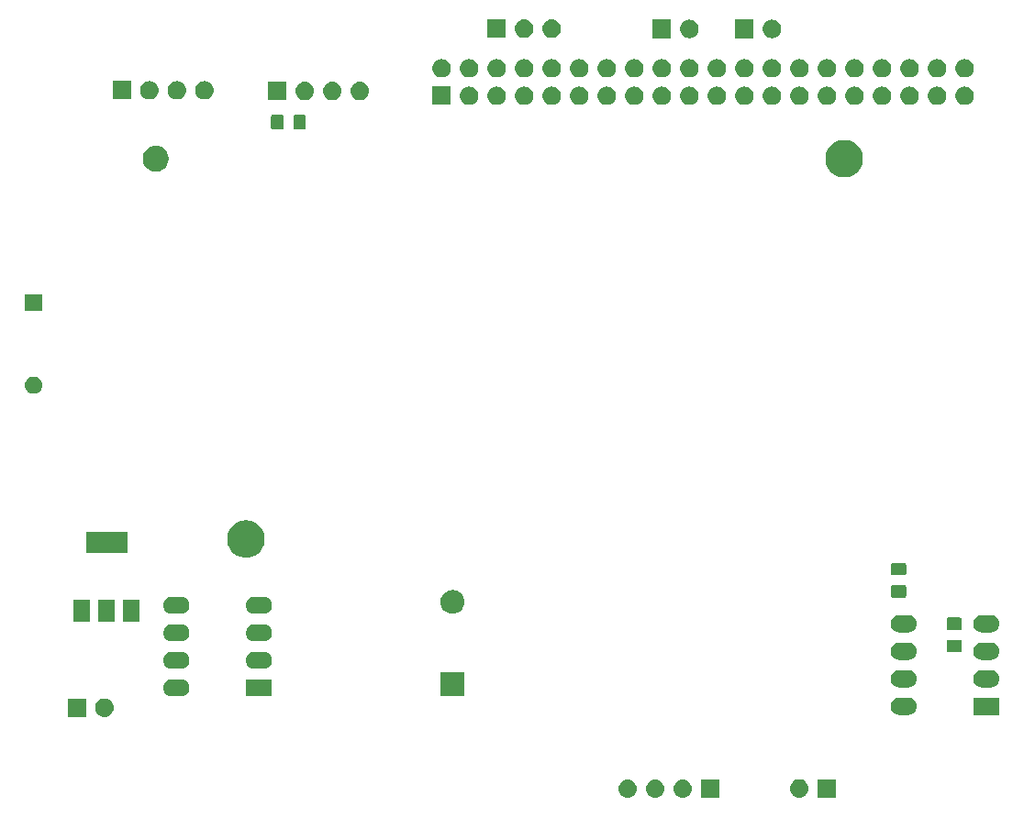
<source format=gbr>
G04 #@! TF.GenerationSoftware,KiCad,Pcbnew,5.0.2-bee76a0~70~ubuntu18.04.1*
G04 #@! TF.CreationDate,2019-08-23T13:18:47-04:00*
G04 #@! TF.ProjectId,board,626f6172-642e-46b6-9963-61645f706362,rev?*
G04 #@! TF.SameCoordinates,Original*
G04 #@! TF.FileFunction,Soldermask,Bot*
G04 #@! TF.FilePolarity,Negative*
%FSLAX46Y46*%
G04 Gerber Fmt 4.6, Leading zero omitted, Abs format (unit mm)*
G04 Created by KiCad (PCBNEW 5.0.2-bee76a0~70~ubuntu18.04.1) date Fri 23 Aug 2019 01:18:47 PM EDT*
%MOMM*%
%LPD*%
G01*
G04 APERTURE LIST*
%ADD10C,0.100000*%
G04 APERTURE END LIST*
D10*
G36*
X133692000Y-141286600D02*
X131992000Y-141286600D01*
X131992000Y-139586600D01*
X133692000Y-139586600D01*
X133692000Y-141286600D01*
X133692000Y-141286600D01*
G37*
G36*
X125388630Y-139598899D02*
X125548855Y-139647503D01*
X125696520Y-139726431D01*
X125825949Y-139832651D01*
X125932169Y-139962080D01*
X126011097Y-140109745D01*
X126059701Y-140269970D01*
X126076112Y-140436600D01*
X126059701Y-140603230D01*
X126011097Y-140763455D01*
X125932169Y-140911120D01*
X125825949Y-141040549D01*
X125696520Y-141146769D01*
X125548855Y-141225697D01*
X125388630Y-141274301D01*
X125263752Y-141286600D01*
X125180248Y-141286600D01*
X125055370Y-141274301D01*
X124895145Y-141225697D01*
X124747480Y-141146769D01*
X124618051Y-141040549D01*
X124511831Y-140911120D01*
X124432903Y-140763455D01*
X124384299Y-140603230D01*
X124367888Y-140436600D01*
X124384299Y-140269970D01*
X124432903Y-140109745D01*
X124511831Y-139962080D01*
X124618051Y-139832651D01*
X124747480Y-139726431D01*
X124895145Y-139647503D01*
X125055370Y-139598899D01*
X125180248Y-139586600D01*
X125263752Y-139586600D01*
X125388630Y-139598899D01*
X125388630Y-139598899D01*
G37*
G36*
X127928630Y-139598899D02*
X128088855Y-139647503D01*
X128236520Y-139726431D01*
X128365949Y-139832651D01*
X128472169Y-139962080D01*
X128551097Y-140109745D01*
X128599701Y-140269970D01*
X128616112Y-140436600D01*
X128599701Y-140603230D01*
X128551097Y-140763455D01*
X128472169Y-140911120D01*
X128365949Y-141040549D01*
X128236520Y-141146769D01*
X128088855Y-141225697D01*
X127928630Y-141274301D01*
X127803752Y-141286600D01*
X127720248Y-141286600D01*
X127595370Y-141274301D01*
X127435145Y-141225697D01*
X127287480Y-141146769D01*
X127158051Y-141040549D01*
X127051831Y-140911120D01*
X126972903Y-140763455D01*
X126924299Y-140603230D01*
X126907888Y-140436600D01*
X126924299Y-140269970D01*
X126972903Y-140109745D01*
X127051831Y-139962080D01*
X127158051Y-139832651D01*
X127287480Y-139726431D01*
X127435145Y-139647503D01*
X127595370Y-139598899D01*
X127720248Y-139586600D01*
X127803752Y-139586600D01*
X127928630Y-139598899D01*
X127928630Y-139598899D01*
G37*
G36*
X130468630Y-139598899D02*
X130628855Y-139647503D01*
X130776520Y-139726431D01*
X130905949Y-139832651D01*
X131012169Y-139962080D01*
X131091097Y-140109745D01*
X131139701Y-140269970D01*
X131156112Y-140436600D01*
X131139701Y-140603230D01*
X131091097Y-140763455D01*
X131012169Y-140911120D01*
X130905949Y-141040549D01*
X130776520Y-141146769D01*
X130628855Y-141225697D01*
X130468630Y-141274301D01*
X130343752Y-141286600D01*
X130260248Y-141286600D01*
X130135370Y-141274301D01*
X129975145Y-141225697D01*
X129827480Y-141146769D01*
X129698051Y-141040549D01*
X129591831Y-140911120D01*
X129512903Y-140763455D01*
X129464299Y-140603230D01*
X129447888Y-140436600D01*
X129464299Y-140269970D01*
X129512903Y-140109745D01*
X129591831Y-139962080D01*
X129698051Y-139832651D01*
X129827480Y-139726431D01*
X129975145Y-139647503D01*
X130135370Y-139598899D01*
X130260248Y-139586600D01*
X130343752Y-139586600D01*
X130468630Y-139598899D01*
X130468630Y-139598899D01*
G37*
G36*
X144436200Y-141261200D02*
X142736200Y-141261200D01*
X142736200Y-139561200D01*
X144436200Y-139561200D01*
X144436200Y-141261200D01*
X144436200Y-141261200D01*
G37*
G36*
X141212830Y-139573499D02*
X141373055Y-139622103D01*
X141520720Y-139701031D01*
X141650149Y-139807251D01*
X141756369Y-139936680D01*
X141835297Y-140084345D01*
X141883901Y-140244570D01*
X141900312Y-140411200D01*
X141883901Y-140577830D01*
X141835297Y-140738055D01*
X141756369Y-140885720D01*
X141650149Y-141015149D01*
X141520720Y-141121369D01*
X141373055Y-141200297D01*
X141212830Y-141248901D01*
X141087952Y-141261200D01*
X141004448Y-141261200D01*
X140879570Y-141248901D01*
X140719345Y-141200297D01*
X140571680Y-141121369D01*
X140442251Y-141015149D01*
X140336031Y-140885720D01*
X140257103Y-140738055D01*
X140208499Y-140577830D01*
X140192088Y-140411200D01*
X140208499Y-140244570D01*
X140257103Y-140084345D01*
X140336031Y-139936680D01*
X140442251Y-139807251D01*
X140571680Y-139701031D01*
X140719345Y-139622103D01*
X140879570Y-139573499D01*
X141004448Y-139561200D01*
X141087952Y-139561200D01*
X141212830Y-139573499D01*
X141212830Y-139573499D01*
G37*
G36*
X75246600Y-133793600D02*
X73546600Y-133793600D01*
X73546600Y-132093600D01*
X75246600Y-132093600D01*
X75246600Y-133793600D01*
X75246600Y-133793600D01*
G37*
G36*
X77103230Y-132105899D02*
X77263455Y-132154503D01*
X77411120Y-132233431D01*
X77540549Y-132339651D01*
X77646769Y-132469080D01*
X77725697Y-132616745D01*
X77774301Y-132776970D01*
X77790712Y-132943600D01*
X77774301Y-133110230D01*
X77725697Y-133270455D01*
X77646769Y-133418120D01*
X77540549Y-133547549D01*
X77411120Y-133653769D01*
X77263455Y-133732697D01*
X77103230Y-133781301D01*
X76978352Y-133793600D01*
X76894848Y-133793600D01*
X76769970Y-133781301D01*
X76609745Y-133732697D01*
X76462080Y-133653769D01*
X76332651Y-133547549D01*
X76226431Y-133418120D01*
X76147503Y-133270455D01*
X76098899Y-133110230D01*
X76082488Y-132943600D01*
X76098899Y-132776970D01*
X76147503Y-132616745D01*
X76226431Y-132469080D01*
X76332651Y-132339651D01*
X76462080Y-132233431D01*
X76609745Y-132154503D01*
X76769970Y-132105899D01*
X76894848Y-132093600D01*
X76978352Y-132093600D01*
X77103230Y-132105899D01*
X77103230Y-132105899D01*
G37*
G36*
X151215849Y-132024317D02*
X151255027Y-132028176D01*
X151330428Y-132051049D01*
X151405829Y-132073921D01*
X151544808Y-132148208D01*
X151666622Y-132248178D01*
X151766592Y-132369992D01*
X151840879Y-132508971D01*
X151840879Y-132508972D01*
X151873572Y-132616745D01*
X151886624Y-132659774D01*
X151902070Y-132816600D01*
X151886624Y-132973426D01*
X151840879Y-133124229D01*
X151766592Y-133263208D01*
X151666622Y-133385022D01*
X151544808Y-133484992D01*
X151405829Y-133559279D01*
X151330428Y-133582151D01*
X151255027Y-133605024D01*
X151215849Y-133608883D01*
X151137495Y-133616600D01*
X150258905Y-133616600D01*
X150180551Y-133608883D01*
X150141373Y-133605024D01*
X150065973Y-133582152D01*
X149990571Y-133559279D01*
X149851592Y-133484992D01*
X149729778Y-133385022D01*
X149629808Y-133263208D01*
X149555521Y-133124229D01*
X149509776Y-132973426D01*
X149494330Y-132816600D01*
X149509776Y-132659774D01*
X149522829Y-132616745D01*
X149555521Y-132508972D01*
X149555521Y-132508971D01*
X149629808Y-132369992D01*
X149729778Y-132248178D01*
X149851592Y-132148208D01*
X149990571Y-132073921D01*
X150065972Y-132051049D01*
X150141373Y-132028176D01*
X150180551Y-132024317D01*
X150258905Y-132016600D01*
X151137495Y-132016600D01*
X151215849Y-132024317D01*
X151215849Y-132024317D01*
G37*
G36*
X159518200Y-133616600D02*
X157118200Y-133616600D01*
X157118200Y-132016600D01*
X159518200Y-132016600D01*
X159518200Y-133616600D01*
X159518200Y-133616600D01*
G37*
G36*
X92386000Y-131914800D02*
X89986000Y-131914800D01*
X89986000Y-130314800D01*
X92386000Y-130314800D01*
X92386000Y-131914800D01*
X92386000Y-131914800D01*
G37*
G36*
X84083649Y-130322517D02*
X84122827Y-130326376D01*
X84198227Y-130349248D01*
X84273629Y-130372121D01*
X84412608Y-130446408D01*
X84534422Y-130546378D01*
X84634392Y-130668192D01*
X84708679Y-130807171D01*
X84708679Y-130807172D01*
X84754424Y-130957973D01*
X84766108Y-131076600D01*
X84769870Y-131114800D01*
X84754424Y-131271626D01*
X84708679Y-131422429D01*
X84634392Y-131561408D01*
X84534422Y-131683222D01*
X84412608Y-131783192D01*
X84273629Y-131857479D01*
X84198228Y-131880351D01*
X84122827Y-131903224D01*
X84083649Y-131907083D01*
X84005295Y-131914800D01*
X83126705Y-131914800D01*
X83048351Y-131907083D01*
X83009173Y-131903224D01*
X82933772Y-131880351D01*
X82858371Y-131857479D01*
X82719392Y-131783192D01*
X82597578Y-131683222D01*
X82497608Y-131561408D01*
X82423321Y-131422429D01*
X82377576Y-131271626D01*
X82362130Y-131114800D01*
X82365892Y-131076600D01*
X82377576Y-130957973D01*
X82423321Y-130807172D01*
X82423321Y-130807171D01*
X82497608Y-130668192D01*
X82597578Y-130546378D01*
X82719392Y-130446408D01*
X82858371Y-130372121D01*
X82933773Y-130349248D01*
X83009173Y-130326376D01*
X83048351Y-130322517D01*
X83126705Y-130314800D01*
X84005295Y-130314800D01*
X84083649Y-130322517D01*
X84083649Y-130322517D01*
G37*
G36*
X110167600Y-131910000D02*
X107967600Y-131910000D01*
X107967600Y-129710000D01*
X110167600Y-129710000D01*
X110167600Y-131910000D01*
X110167600Y-131910000D01*
G37*
G36*
X151215849Y-129484317D02*
X151255027Y-129488176D01*
X151330428Y-129511049D01*
X151405829Y-129533921D01*
X151544808Y-129608208D01*
X151666622Y-129708178D01*
X151766592Y-129829992D01*
X151840879Y-129968971D01*
X151840879Y-129968972D01*
X151886624Y-130119773D01*
X151902070Y-130276600D01*
X151886624Y-130433427D01*
X151882686Y-130446408D01*
X151840879Y-130584229D01*
X151766592Y-130723208D01*
X151666622Y-130845022D01*
X151544808Y-130944992D01*
X151405829Y-131019279D01*
X151330427Y-131042152D01*
X151255027Y-131065024D01*
X151215849Y-131068883D01*
X151137495Y-131076600D01*
X150258905Y-131076600D01*
X150180551Y-131068883D01*
X150141373Y-131065024D01*
X150065973Y-131042152D01*
X149990571Y-131019279D01*
X149851592Y-130944992D01*
X149729778Y-130845022D01*
X149629808Y-130723208D01*
X149555521Y-130584229D01*
X149513714Y-130446408D01*
X149509776Y-130433427D01*
X149494330Y-130276600D01*
X149509776Y-130119773D01*
X149555521Y-129968972D01*
X149555521Y-129968971D01*
X149629808Y-129829992D01*
X149729778Y-129708178D01*
X149851592Y-129608208D01*
X149990571Y-129533921D01*
X150065972Y-129511049D01*
X150141373Y-129488176D01*
X150180551Y-129484317D01*
X150258905Y-129476600D01*
X151137495Y-129476600D01*
X151215849Y-129484317D01*
X151215849Y-129484317D01*
G37*
G36*
X158835849Y-129484317D02*
X158875027Y-129488176D01*
X158950428Y-129511049D01*
X159025829Y-129533921D01*
X159164808Y-129608208D01*
X159286622Y-129708178D01*
X159386592Y-129829992D01*
X159460879Y-129968971D01*
X159460879Y-129968972D01*
X159506624Y-130119773D01*
X159522070Y-130276600D01*
X159506624Y-130433427D01*
X159502686Y-130446408D01*
X159460879Y-130584229D01*
X159386592Y-130723208D01*
X159286622Y-130845022D01*
X159164808Y-130944992D01*
X159025829Y-131019279D01*
X158950427Y-131042152D01*
X158875027Y-131065024D01*
X158835849Y-131068883D01*
X158757495Y-131076600D01*
X157878905Y-131076600D01*
X157800551Y-131068883D01*
X157761373Y-131065024D01*
X157685973Y-131042152D01*
X157610571Y-131019279D01*
X157471592Y-130944992D01*
X157349778Y-130845022D01*
X157249808Y-130723208D01*
X157175521Y-130584229D01*
X157133714Y-130446408D01*
X157129776Y-130433427D01*
X157114330Y-130276600D01*
X157129776Y-130119773D01*
X157175521Y-129968972D01*
X157175521Y-129968971D01*
X157249808Y-129829992D01*
X157349778Y-129708178D01*
X157471592Y-129608208D01*
X157610571Y-129533921D01*
X157685972Y-129511049D01*
X157761373Y-129488176D01*
X157800551Y-129484317D01*
X157878905Y-129476600D01*
X158757495Y-129476600D01*
X158835849Y-129484317D01*
X158835849Y-129484317D01*
G37*
G36*
X91703649Y-127782517D02*
X91742827Y-127786376D01*
X91818228Y-127809249D01*
X91893629Y-127832121D01*
X92032608Y-127906408D01*
X92154422Y-128006378D01*
X92254392Y-128128192D01*
X92328679Y-128267171D01*
X92328679Y-128267172D01*
X92374424Y-128417973D01*
X92386108Y-128536600D01*
X92389870Y-128574800D01*
X92374424Y-128731626D01*
X92328679Y-128882429D01*
X92254392Y-129021408D01*
X92154422Y-129143222D01*
X92032608Y-129243192D01*
X91893629Y-129317479D01*
X91818227Y-129340352D01*
X91742827Y-129363224D01*
X91703649Y-129367083D01*
X91625295Y-129374800D01*
X90746705Y-129374800D01*
X90668351Y-129367083D01*
X90629173Y-129363224D01*
X90553773Y-129340352D01*
X90478371Y-129317479D01*
X90339392Y-129243192D01*
X90217578Y-129143222D01*
X90117608Y-129021408D01*
X90043321Y-128882429D01*
X89997576Y-128731626D01*
X89982130Y-128574800D01*
X89985892Y-128536600D01*
X89997576Y-128417973D01*
X90043321Y-128267172D01*
X90043321Y-128267171D01*
X90117608Y-128128192D01*
X90217578Y-128006378D01*
X90339392Y-127906408D01*
X90478371Y-127832121D01*
X90553772Y-127809249D01*
X90629173Y-127786376D01*
X90668351Y-127782517D01*
X90746705Y-127774800D01*
X91625295Y-127774800D01*
X91703649Y-127782517D01*
X91703649Y-127782517D01*
G37*
G36*
X84083649Y-127782517D02*
X84122827Y-127786376D01*
X84198228Y-127809249D01*
X84273629Y-127832121D01*
X84412608Y-127906408D01*
X84534422Y-128006378D01*
X84634392Y-128128192D01*
X84708679Y-128267171D01*
X84708679Y-128267172D01*
X84754424Y-128417973D01*
X84766108Y-128536600D01*
X84769870Y-128574800D01*
X84754424Y-128731626D01*
X84708679Y-128882429D01*
X84634392Y-129021408D01*
X84534422Y-129143222D01*
X84412608Y-129243192D01*
X84273629Y-129317479D01*
X84198227Y-129340352D01*
X84122827Y-129363224D01*
X84083649Y-129367083D01*
X84005295Y-129374800D01*
X83126705Y-129374800D01*
X83048351Y-129367083D01*
X83009173Y-129363224D01*
X82933773Y-129340352D01*
X82858371Y-129317479D01*
X82719392Y-129243192D01*
X82597578Y-129143222D01*
X82497608Y-129021408D01*
X82423321Y-128882429D01*
X82377576Y-128731626D01*
X82362130Y-128574800D01*
X82365892Y-128536600D01*
X82377576Y-128417973D01*
X82423321Y-128267172D01*
X82423321Y-128267171D01*
X82497608Y-128128192D01*
X82597578Y-128006378D01*
X82719392Y-127906408D01*
X82858371Y-127832121D01*
X82933772Y-127809249D01*
X83009173Y-127786376D01*
X83048351Y-127782517D01*
X83126705Y-127774800D01*
X84005295Y-127774800D01*
X84083649Y-127782517D01*
X84083649Y-127782517D01*
G37*
G36*
X151215849Y-126944317D02*
X151255027Y-126948176D01*
X151330427Y-126971048D01*
X151405829Y-126993921D01*
X151544808Y-127068208D01*
X151666622Y-127168178D01*
X151766592Y-127289992D01*
X151840879Y-127428971D01*
X151840879Y-127428972D01*
X151886624Y-127579773D01*
X151902070Y-127736600D01*
X151886624Y-127893427D01*
X151882686Y-127906408D01*
X151840879Y-128044229D01*
X151766592Y-128183208D01*
X151666622Y-128305022D01*
X151544808Y-128404992D01*
X151405829Y-128479279D01*
X151330428Y-128502151D01*
X151255027Y-128525024D01*
X151215849Y-128528883D01*
X151137495Y-128536600D01*
X150258905Y-128536600D01*
X150180551Y-128528883D01*
X150141373Y-128525024D01*
X150065972Y-128502151D01*
X149990571Y-128479279D01*
X149851592Y-128404992D01*
X149729778Y-128305022D01*
X149629808Y-128183208D01*
X149555521Y-128044229D01*
X149513714Y-127906408D01*
X149509776Y-127893427D01*
X149494330Y-127736600D01*
X149509776Y-127579773D01*
X149555521Y-127428972D01*
X149555521Y-127428971D01*
X149629808Y-127289992D01*
X149729778Y-127168178D01*
X149851592Y-127068208D01*
X149990571Y-126993921D01*
X150065972Y-126971049D01*
X150141373Y-126948176D01*
X150180551Y-126944317D01*
X150258905Y-126936600D01*
X151137495Y-126936600D01*
X151215849Y-126944317D01*
X151215849Y-126944317D01*
G37*
G36*
X158835849Y-126944317D02*
X158875027Y-126948176D01*
X158950427Y-126971048D01*
X159025829Y-126993921D01*
X159164808Y-127068208D01*
X159286622Y-127168178D01*
X159386592Y-127289992D01*
X159460879Y-127428971D01*
X159460879Y-127428972D01*
X159506624Y-127579773D01*
X159522070Y-127736600D01*
X159506624Y-127893427D01*
X159502686Y-127906408D01*
X159460879Y-128044229D01*
X159386592Y-128183208D01*
X159286622Y-128305022D01*
X159164808Y-128404992D01*
X159025829Y-128479279D01*
X158950428Y-128502151D01*
X158875027Y-128525024D01*
X158835849Y-128528883D01*
X158757495Y-128536600D01*
X157878905Y-128536600D01*
X157800551Y-128528883D01*
X157761373Y-128525024D01*
X157685972Y-128502151D01*
X157610571Y-128479279D01*
X157471592Y-128404992D01*
X157349778Y-128305022D01*
X157249808Y-128183208D01*
X157175521Y-128044229D01*
X157133714Y-127906408D01*
X157129776Y-127893427D01*
X157114330Y-127736600D01*
X157129776Y-127579773D01*
X157175521Y-127428972D01*
X157175521Y-127428971D01*
X157249808Y-127289992D01*
X157349778Y-127168178D01*
X157471592Y-127068208D01*
X157610571Y-126993921D01*
X157685972Y-126971049D01*
X157761373Y-126948176D01*
X157800551Y-126944317D01*
X157878905Y-126936600D01*
X158757495Y-126936600D01*
X158835849Y-126944317D01*
X158835849Y-126944317D01*
G37*
G36*
X155901922Y-126683039D02*
X155935453Y-126693211D01*
X155966360Y-126709731D01*
X155993443Y-126731957D01*
X156015669Y-126759040D01*
X156032189Y-126789947D01*
X156042361Y-126823478D01*
X156046400Y-126864487D01*
X156046400Y-127643513D01*
X156042361Y-127684522D01*
X156032189Y-127718053D01*
X156015669Y-127748960D01*
X155993443Y-127776043D01*
X155966360Y-127798269D01*
X155935453Y-127814789D01*
X155901922Y-127824961D01*
X155860913Y-127829000D01*
X154831887Y-127829000D01*
X154790878Y-127824961D01*
X154757347Y-127814789D01*
X154726440Y-127798269D01*
X154699357Y-127776043D01*
X154677131Y-127748960D01*
X154660611Y-127718053D01*
X154650439Y-127684522D01*
X154646400Y-127643513D01*
X154646400Y-126864487D01*
X154650439Y-126823478D01*
X154660611Y-126789947D01*
X154677131Y-126759040D01*
X154699357Y-126731957D01*
X154726440Y-126709731D01*
X154757347Y-126693211D01*
X154790878Y-126683039D01*
X154831887Y-126679000D01*
X155860913Y-126679000D01*
X155901922Y-126683039D01*
X155901922Y-126683039D01*
G37*
G36*
X84083649Y-125242517D02*
X84122827Y-125246376D01*
X84198228Y-125269249D01*
X84273629Y-125292121D01*
X84412608Y-125366408D01*
X84534422Y-125466378D01*
X84634392Y-125588192D01*
X84708679Y-125727171D01*
X84715079Y-125748269D01*
X84754424Y-125877973D01*
X84766108Y-125996600D01*
X84769870Y-126034800D01*
X84754424Y-126191626D01*
X84708679Y-126342429D01*
X84634392Y-126481408D01*
X84534422Y-126603222D01*
X84412608Y-126703192D01*
X84273629Y-126777479D01*
X84198227Y-126800352D01*
X84122827Y-126823224D01*
X84083649Y-126827083D01*
X84005295Y-126834800D01*
X83126705Y-126834800D01*
X83048351Y-126827083D01*
X83009173Y-126823224D01*
X82933773Y-126800352D01*
X82858371Y-126777479D01*
X82719392Y-126703192D01*
X82597578Y-126603222D01*
X82497608Y-126481408D01*
X82423321Y-126342429D01*
X82377576Y-126191626D01*
X82362130Y-126034800D01*
X82365892Y-125996600D01*
X82377576Y-125877973D01*
X82416921Y-125748269D01*
X82423321Y-125727171D01*
X82497608Y-125588192D01*
X82597578Y-125466378D01*
X82719392Y-125366408D01*
X82858371Y-125292121D01*
X82933772Y-125269249D01*
X83009173Y-125246376D01*
X83048351Y-125242517D01*
X83126705Y-125234800D01*
X84005295Y-125234800D01*
X84083649Y-125242517D01*
X84083649Y-125242517D01*
G37*
G36*
X91703649Y-125242517D02*
X91742827Y-125246376D01*
X91818228Y-125269249D01*
X91893629Y-125292121D01*
X92032608Y-125366408D01*
X92154422Y-125466378D01*
X92254392Y-125588192D01*
X92328679Y-125727171D01*
X92335079Y-125748269D01*
X92374424Y-125877973D01*
X92386108Y-125996600D01*
X92389870Y-126034800D01*
X92374424Y-126191626D01*
X92328679Y-126342429D01*
X92254392Y-126481408D01*
X92154422Y-126603222D01*
X92032608Y-126703192D01*
X91893629Y-126777479D01*
X91818227Y-126800352D01*
X91742827Y-126823224D01*
X91703649Y-126827083D01*
X91625295Y-126834800D01*
X90746705Y-126834800D01*
X90668351Y-126827083D01*
X90629173Y-126823224D01*
X90553773Y-126800352D01*
X90478371Y-126777479D01*
X90339392Y-126703192D01*
X90217578Y-126603222D01*
X90117608Y-126481408D01*
X90043321Y-126342429D01*
X89997576Y-126191626D01*
X89982130Y-126034800D01*
X89985892Y-125996600D01*
X89997576Y-125877973D01*
X90036921Y-125748269D01*
X90043321Y-125727171D01*
X90117608Y-125588192D01*
X90217578Y-125466378D01*
X90339392Y-125366408D01*
X90478371Y-125292121D01*
X90553772Y-125269249D01*
X90629173Y-125246376D01*
X90668351Y-125242517D01*
X90746705Y-125234800D01*
X91625295Y-125234800D01*
X91703649Y-125242517D01*
X91703649Y-125242517D01*
G37*
G36*
X151215849Y-124404317D02*
X151255027Y-124408176D01*
X151330428Y-124431049D01*
X151405829Y-124453921D01*
X151544808Y-124528208D01*
X151666622Y-124628178D01*
X151766592Y-124749992D01*
X151840879Y-124888971D01*
X151840879Y-124888972D01*
X151886624Y-125039773D01*
X151902070Y-125196600D01*
X151886624Y-125353427D01*
X151882686Y-125366408D01*
X151840879Y-125504229D01*
X151766592Y-125643208D01*
X151666622Y-125765022D01*
X151544808Y-125864992D01*
X151405829Y-125939279D01*
X151330428Y-125962151D01*
X151255027Y-125985024D01*
X151215849Y-125988883D01*
X151137495Y-125996600D01*
X150258905Y-125996600D01*
X150180551Y-125988883D01*
X150141373Y-125985024D01*
X150065972Y-125962151D01*
X149990571Y-125939279D01*
X149851592Y-125864992D01*
X149729778Y-125765022D01*
X149629808Y-125643208D01*
X149555521Y-125504229D01*
X149513714Y-125366408D01*
X149509776Y-125353427D01*
X149494330Y-125196600D01*
X149509776Y-125039773D01*
X149555521Y-124888972D01*
X149555521Y-124888971D01*
X149629808Y-124749992D01*
X149729778Y-124628178D01*
X149851592Y-124528208D01*
X149990571Y-124453921D01*
X150065972Y-124431049D01*
X150141373Y-124408176D01*
X150180551Y-124404317D01*
X150258905Y-124396600D01*
X151137495Y-124396600D01*
X151215849Y-124404317D01*
X151215849Y-124404317D01*
G37*
G36*
X158835849Y-124404317D02*
X158875027Y-124408176D01*
X158950428Y-124431049D01*
X159025829Y-124453921D01*
X159164808Y-124528208D01*
X159286622Y-124628178D01*
X159386592Y-124749992D01*
X159460879Y-124888971D01*
X159460879Y-124888972D01*
X159506624Y-125039773D01*
X159522070Y-125196600D01*
X159506624Y-125353427D01*
X159502686Y-125366408D01*
X159460879Y-125504229D01*
X159386592Y-125643208D01*
X159286622Y-125765022D01*
X159164808Y-125864992D01*
X159025829Y-125939279D01*
X158950428Y-125962151D01*
X158875027Y-125985024D01*
X158835849Y-125988883D01*
X158757495Y-125996600D01*
X157878905Y-125996600D01*
X157800551Y-125988883D01*
X157761373Y-125985024D01*
X157685972Y-125962151D01*
X157610571Y-125939279D01*
X157471592Y-125864992D01*
X157349778Y-125765022D01*
X157249808Y-125643208D01*
X157175521Y-125504229D01*
X157133714Y-125366408D01*
X157129776Y-125353427D01*
X157114330Y-125196600D01*
X157129776Y-125039773D01*
X157175521Y-124888972D01*
X157175521Y-124888971D01*
X157249808Y-124749992D01*
X157349778Y-124628178D01*
X157471592Y-124528208D01*
X157610571Y-124453921D01*
X157685972Y-124431049D01*
X157761373Y-124408176D01*
X157800551Y-124404317D01*
X157878905Y-124396600D01*
X158757495Y-124396600D01*
X158835849Y-124404317D01*
X158835849Y-124404317D01*
G37*
G36*
X155901922Y-124633039D02*
X155935453Y-124643211D01*
X155966360Y-124659731D01*
X155993443Y-124681957D01*
X156015669Y-124709040D01*
X156032189Y-124739947D01*
X156042361Y-124773478D01*
X156046400Y-124814487D01*
X156046400Y-125593513D01*
X156042361Y-125634522D01*
X156032189Y-125668053D01*
X156015669Y-125698960D01*
X155993443Y-125726043D01*
X155966360Y-125748269D01*
X155935453Y-125764789D01*
X155901922Y-125774961D01*
X155860913Y-125779000D01*
X154831887Y-125779000D01*
X154790878Y-125774961D01*
X154757347Y-125764789D01*
X154726440Y-125748269D01*
X154699357Y-125726043D01*
X154677131Y-125698960D01*
X154660611Y-125668053D01*
X154650439Y-125634522D01*
X154646400Y-125593513D01*
X154646400Y-124814487D01*
X154650439Y-124773478D01*
X154660611Y-124739947D01*
X154677131Y-124709040D01*
X154699357Y-124681957D01*
X154726440Y-124659731D01*
X154757347Y-124643211D01*
X154790878Y-124633039D01*
X154831887Y-124629000D01*
X155860913Y-124629000D01*
X155901922Y-124633039D01*
X155901922Y-124633039D01*
G37*
G36*
X80189800Y-125003200D02*
X78689800Y-125003200D01*
X78689800Y-123003200D01*
X80189800Y-123003200D01*
X80189800Y-125003200D01*
X80189800Y-125003200D01*
G37*
G36*
X75589800Y-125003200D02*
X74089800Y-125003200D01*
X74089800Y-123003200D01*
X75589800Y-123003200D01*
X75589800Y-125003200D01*
X75589800Y-125003200D01*
G37*
G36*
X77889800Y-125003200D02*
X76389800Y-125003200D01*
X76389800Y-123003200D01*
X77889800Y-123003200D01*
X77889800Y-125003200D01*
X77889800Y-125003200D01*
G37*
G36*
X91703649Y-122702517D02*
X91742827Y-122706376D01*
X91785026Y-122719177D01*
X91893629Y-122752121D01*
X92032608Y-122826408D01*
X92154422Y-122926378D01*
X92254392Y-123048192D01*
X92328679Y-123187171D01*
X92374424Y-123337974D01*
X92389870Y-123494800D01*
X92374424Y-123651626D01*
X92328679Y-123802429D01*
X92254392Y-123941408D01*
X92154422Y-124063222D01*
X92032608Y-124163192D01*
X91893629Y-124237479D01*
X91818228Y-124260351D01*
X91742827Y-124283224D01*
X91703649Y-124287083D01*
X91625295Y-124294800D01*
X90746705Y-124294800D01*
X90668351Y-124287083D01*
X90629173Y-124283224D01*
X90553772Y-124260351D01*
X90478371Y-124237479D01*
X90339392Y-124163192D01*
X90217578Y-124063222D01*
X90117608Y-123941408D01*
X90043321Y-123802429D01*
X89997576Y-123651626D01*
X89982130Y-123494800D01*
X89997576Y-123337974D01*
X90043321Y-123187171D01*
X90117608Y-123048192D01*
X90217578Y-122926378D01*
X90339392Y-122826408D01*
X90478371Y-122752121D01*
X90586974Y-122719177D01*
X90629173Y-122706376D01*
X90668351Y-122702517D01*
X90746705Y-122694800D01*
X91625295Y-122694800D01*
X91703649Y-122702517D01*
X91703649Y-122702517D01*
G37*
G36*
X84083649Y-122702517D02*
X84122827Y-122706376D01*
X84165026Y-122719177D01*
X84273629Y-122752121D01*
X84412608Y-122826408D01*
X84534422Y-122926378D01*
X84634392Y-123048192D01*
X84708679Y-123187171D01*
X84754424Y-123337974D01*
X84769870Y-123494800D01*
X84754424Y-123651626D01*
X84708679Y-123802429D01*
X84634392Y-123941408D01*
X84534422Y-124063222D01*
X84412608Y-124163192D01*
X84273629Y-124237479D01*
X84198228Y-124260351D01*
X84122827Y-124283224D01*
X84083649Y-124287083D01*
X84005295Y-124294800D01*
X83126705Y-124294800D01*
X83048351Y-124287083D01*
X83009173Y-124283224D01*
X82933772Y-124260351D01*
X82858371Y-124237479D01*
X82719392Y-124163192D01*
X82597578Y-124063222D01*
X82497608Y-123941408D01*
X82423321Y-123802429D01*
X82377576Y-123651626D01*
X82362130Y-123494800D01*
X82377576Y-123337974D01*
X82423321Y-123187171D01*
X82497608Y-123048192D01*
X82597578Y-122926378D01*
X82719392Y-122826408D01*
X82858371Y-122752121D01*
X82966974Y-122719177D01*
X83009173Y-122706376D01*
X83048351Y-122702517D01*
X83126705Y-122694800D01*
X84005295Y-122694800D01*
X84083649Y-122702517D01*
X84083649Y-122702517D01*
G37*
G36*
X109283239Y-122105916D02*
X109490586Y-122168815D01*
X109490588Y-122168816D01*
X109681684Y-122270958D01*
X109849181Y-122408419D01*
X109986642Y-122575916D01*
X110059572Y-122712360D01*
X110088785Y-122767014D01*
X110151684Y-122974361D01*
X110158956Y-123048194D01*
X110172922Y-123190000D01*
X110151684Y-123405638D01*
X110088784Y-123612988D01*
X109986642Y-123804084D01*
X109849181Y-123971581D01*
X109681684Y-124109042D01*
X109490588Y-124211184D01*
X109490586Y-124211185D01*
X109283239Y-124274084D01*
X109121638Y-124290000D01*
X109013562Y-124290000D01*
X108851961Y-124274084D01*
X108644614Y-124211185D01*
X108644612Y-124211184D01*
X108453516Y-124109042D01*
X108286019Y-123971581D01*
X108148558Y-123804084D01*
X108046416Y-123612988D01*
X107983516Y-123405638D01*
X107962278Y-123190000D01*
X107976244Y-123048194D01*
X107983516Y-122974361D01*
X108046415Y-122767014D01*
X108075628Y-122712360D01*
X108148558Y-122575916D01*
X108286019Y-122408419D01*
X108453516Y-122270958D01*
X108644612Y-122168816D01*
X108644614Y-122168815D01*
X108851961Y-122105916D01*
X109013562Y-122090000D01*
X109121638Y-122090000D01*
X109283239Y-122105916D01*
X109283239Y-122105916D01*
G37*
G36*
X150771122Y-121646439D02*
X150804653Y-121656611D01*
X150835560Y-121673131D01*
X150862643Y-121695357D01*
X150884869Y-121722440D01*
X150901389Y-121753347D01*
X150911561Y-121786878D01*
X150915600Y-121827887D01*
X150915600Y-122606913D01*
X150911561Y-122647922D01*
X150901389Y-122681453D01*
X150884869Y-122712360D01*
X150862643Y-122739443D01*
X150835560Y-122761669D01*
X150804653Y-122778189D01*
X150771122Y-122788361D01*
X150730113Y-122792400D01*
X149701087Y-122792400D01*
X149660078Y-122788361D01*
X149626547Y-122778189D01*
X149595640Y-122761669D01*
X149568557Y-122739443D01*
X149546331Y-122712360D01*
X149529811Y-122681453D01*
X149519639Y-122647922D01*
X149515600Y-122606913D01*
X149515600Y-121827887D01*
X149519639Y-121786878D01*
X149529811Y-121753347D01*
X149546331Y-121722440D01*
X149568557Y-121695357D01*
X149595640Y-121673131D01*
X149626547Y-121656611D01*
X149660078Y-121646439D01*
X149701087Y-121642400D01*
X150730113Y-121642400D01*
X150771122Y-121646439D01*
X150771122Y-121646439D01*
G37*
G36*
X150771122Y-119596439D02*
X150804653Y-119606611D01*
X150835560Y-119623131D01*
X150862643Y-119645357D01*
X150884869Y-119672440D01*
X150901389Y-119703347D01*
X150911561Y-119736878D01*
X150915600Y-119777887D01*
X150915600Y-120556913D01*
X150911561Y-120597922D01*
X150901389Y-120631453D01*
X150884869Y-120662360D01*
X150862643Y-120689443D01*
X150835560Y-120711669D01*
X150804653Y-120728189D01*
X150771122Y-120738361D01*
X150730113Y-120742400D01*
X149701087Y-120742400D01*
X149660078Y-120738361D01*
X149626547Y-120728189D01*
X149595640Y-120711669D01*
X149568557Y-120689443D01*
X149546331Y-120662360D01*
X149529811Y-120631453D01*
X149519639Y-120597922D01*
X149515600Y-120556913D01*
X149515600Y-119777887D01*
X149519639Y-119736878D01*
X149529811Y-119703347D01*
X149546331Y-119672440D01*
X149568557Y-119645357D01*
X149595640Y-119623131D01*
X149626547Y-119606611D01*
X149660078Y-119596439D01*
X149701087Y-119592400D01*
X150730113Y-119592400D01*
X150771122Y-119596439D01*
X150771122Y-119596439D01*
G37*
G36*
X90208816Y-115667443D02*
X90505164Y-115726390D01*
X90819094Y-115856424D01*
X91101624Y-116045205D01*
X91341895Y-116285476D01*
X91530676Y-116568006D01*
X91660710Y-116881936D01*
X91727000Y-117215202D01*
X91727000Y-117554998D01*
X91660710Y-117888264D01*
X91530676Y-118202194D01*
X91341895Y-118484724D01*
X91101624Y-118724995D01*
X90819094Y-118913776D01*
X90505164Y-119043810D01*
X90208816Y-119102757D01*
X90171899Y-119110100D01*
X89832101Y-119110100D01*
X89795184Y-119102757D01*
X89498836Y-119043810D01*
X89184906Y-118913776D01*
X88902376Y-118724995D01*
X88662105Y-118484724D01*
X88473324Y-118202194D01*
X88343290Y-117888264D01*
X88277000Y-117554998D01*
X88277000Y-117215202D01*
X88343290Y-116881936D01*
X88473324Y-116568006D01*
X88662105Y-116285476D01*
X88902376Y-116045205D01*
X89184906Y-115856424D01*
X89498836Y-115726390D01*
X89795184Y-115667443D01*
X89832101Y-115660100D01*
X90171899Y-115660100D01*
X90208816Y-115667443D01*
X90208816Y-115667443D01*
G37*
G36*
X79039800Y-118703200D02*
X75239800Y-118703200D01*
X75239800Y-116703200D01*
X79039800Y-116703200D01*
X79039800Y-118703200D01*
X79039800Y-118703200D01*
G37*
G36*
X70526449Y-102382517D02*
X70565627Y-102386376D01*
X70641028Y-102409249D01*
X70716429Y-102432121D01*
X70855408Y-102506408D01*
X70977222Y-102606378D01*
X71077192Y-102728192D01*
X71151479Y-102867171D01*
X71197224Y-103017974D01*
X71212670Y-103174800D01*
X71197224Y-103331626D01*
X71151479Y-103482429D01*
X71077192Y-103621408D01*
X70977222Y-103743222D01*
X70855408Y-103843192D01*
X70716429Y-103917479D01*
X70641028Y-103940351D01*
X70565627Y-103963224D01*
X70526449Y-103967083D01*
X70448095Y-103974800D01*
X70369505Y-103974800D01*
X70291151Y-103967083D01*
X70251973Y-103963224D01*
X70176572Y-103940351D01*
X70101171Y-103917479D01*
X69962192Y-103843192D01*
X69840378Y-103743222D01*
X69740408Y-103621408D01*
X69666121Y-103482429D01*
X69620376Y-103331626D01*
X69604930Y-103174800D01*
X69620376Y-103017974D01*
X69666121Y-102867171D01*
X69740408Y-102728192D01*
X69840378Y-102606378D01*
X69962192Y-102506408D01*
X70101171Y-102432121D01*
X70176572Y-102409249D01*
X70251973Y-102386376D01*
X70291151Y-102382517D01*
X70369505Y-102374800D01*
X70448095Y-102374800D01*
X70526449Y-102382517D01*
X70526449Y-102382517D01*
G37*
G36*
X71208800Y-96354800D02*
X69608800Y-96354800D01*
X69608800Y-94754800D01*
X71208800Y-94754800D01*
X71208800Y-96354800D01*
X71208800Y-96354800D01*
G37*
G36*
X145408816Y-80541243D02*
X145705164Y-80600190D01*
X146019094Y-80730224D01*
X146301624Y-80919005D01*
X146541895Y-81159276D01*
X146730676Y-81441806D01*
X146860710Y-81755736D01*
X146927000Y-82089002D01*
X146927000Y-82428798D01*
X146860710Y-82762064D01*
X146730676Y-83075994D01*
X146541895Y-83358524D01*
X146301624Y-83598795D01*
X146019094Y-83787576D01*
X145705164Y-83917610D01*
X145408816Y-83976557D01*
X145371899Y-83983900D01*
X145032101Y-83983900D01*
X144995184Y-83976557D01*
X144698836Y-83917610D01*
X144384906Y-83787576D01*
X144102376Y-83598795D01*
X143862105Y-83358524D01*
X143673324Y-83075994D01*
X143543290Y-82762064D01*
X143477000Y-82428798D01*
X143477000Y-82089002D01*
X143543290Y-81755736D01*
X143673324Y-81441806D01*
X143862105Y-81159276D01*
X144102376Y-80919005D01*
X144384906Y-80730224D01*
X144698836Y-80600190D01*
X144995184Y-80541243D01*
X145032101Y-80533900D01*
X145371899Y-80533900D01*
X145408816Y-80541243D01*
X145408816Y-80541243D01*
G37*
G36*
X81943612Y-81094515D02*
X82020569Y-81109823D01*
X82110650Y-81147136D01*
X82238044Y-81199904D01*
X82433771Y-81330685D01*
X82600215Y-81497129D01*
X82730996Y-81692856D01*
X82821077Y-81910332D01*
X82867000Y-82141201D01*
X82867000Y-82376599D01*
X82821077Y-82607468D01*
X82730996Y-82824944D01*
X82600215Y-83020671D01*
X82433771Y-83187115D01*
X82238044Y-83317896D01*
X82139954Y-83358526D01*
X82020569Y-83407977D01*
X81943612Y-83423285D01*
X81789699Y-83453900D01*
X81554301Y-83453900D01*
X81400388Y-83423285D01*
X81323431Y-83407977D01*
X81204046Y-83358526D01*
X81105956Y-83317896D01*
X80910229Y-83187115D01*
X80743785Y-83020671D01*
X80613004Y-82824944D01*
X80522923Y-82607468D01*
X80477000Y-82376599D01*
X80477000Y-82141201D01*
X80522923Y-81910332D01*
X80613004Y-81692856D01*
X80743785Y-81497129D01*
X80910229Y-81330685D01*
X81105956Y-81199904D01*
X81233350Y-81147136D01*
X81323431Y-81109823D01*
X81400388Y-81094515D01*
X81554301Y-81063900D01*
X81789699Y-81063900D01*
X81943612Y-81094515D01*
X81943612Y-81094515D01*
G37*
G36*
X93325722Y-78196439D02*
X93359253Y-78206611D01*
X93390160Y-78223131D01*
X93417243Y-78245357D01*
X93439469Y-78272440D01*
X93455989Y-78303347D01*
X93466161Y-78336878D01*
X93470200Y-78377887D01*
X93470200Y-79406913D01*
X93466161Y-79447922D01*
X93455989Y-79481453D01*
X93439469Y-79512360D01*
X93417243Y-79539443D01*
X93390160Y-79561669D01*
X93359253Y-79578189D01*
X93325722Y-79588361D01*
X93284713Y-79592400D01*
X92505687Y-79592400D01*
X92464678Y-79588361D01*
X92431147Y-79578189D01*
X92400240Y-79561669D01*
X92373157Y-79539443D01*
X92350931Y-79512360D01*
X92334411Y-79481453D01*
X92324239Y-79447922D01*
X92320200Y-79406913D01*
X92320200Y-78377887D01*
X92324239Y-78336878D01*
X92334411Y-78303347D01*
X92350931Y-78272440D01*
X92373157Y-78245357D01*
X92400240Y-78223131D01*
X92431147Y-78206611D01*
X92464678Y-78196439D01*
X92505687Y-78192400D01*
X93284713Y-78192400D01*
X93325722Y-78196439D01*
X93325722Y-78196439D01*
G37*
G36*
X95375722Y-78196439D02*
X95409253Y-78206611D01*
X95440160Y-78223131D01*
X95467243Y-78245357D01*
X95489469Y-78272440D01*
X95505989Y-78303347D01*
X95516161Y-78336878D01*
X95520200Y-78377887D01*
X95520200Y-79406913D01*
X95516161Y-79447922D01*
X95505989Y-79481453D01*
X95489469Y-79512360D01*
X95467243Y-79539443D01*
X95440160Y-79561669D01*
X95409253Y-79578189D01*
X95375722Y-79588361D01*
X95334713Y-79592400D01*
X94555687Y-79592400D01*
X94514678Y-79588361D01*
X94481147Y-79578189D01*
X94450240Y-79561669D01*
X94423157Y-79539443D01*
X94400931Y-79512360D01*
X94384411Y-79481453D01*
X94374239Y-79447922D01*
X94370200Y-79406913D01*
X94370200Y-78377887D01*
X94374239Y-78336878D01*
X94384411Y-78303347D01*
X94400931Y-78272440D01*
X94423157Y-78245357D01*
X94450240Y-78223131D01*
X94481147Y-78206611D01*
X94514678Y-78196439D01*
X94555687Y-78192400D01*
X95334713Y-78192400D01*
X95375722Y-78196439D01*
X95375722Y-78196439D01*
G37*
G36*
X123458230Y-75616299D02*
X123618455Y-75664903D01*
X123766120Y-75743831D01*
X123895549Y-75850051D01*
X124001769Y-75979480D01*
X124080697Y-76127145D01*
X124129301Y-76287370D01*
X124145712Y-76454000D01*
X124129301Y-76620630D01*
X124080697Y-76780855D01*
X124001769Y-76928520D01*
X123895549Y-77057949D01*
X123766120Y-77164169D01*
X123618455Y-77243097D01*
X123458230Y-77291701D01*
X123333352Y-77304000D01*
X123249848Y-77304000D01*
X123124970Y-77291701D01*
X122964745Y-77243097D01*
X122817080Y-77164169D01*
X122687651Y-77057949D01*
X122581431Y-76928520D01*
X122502503Y-76780855D01*
X122453899Y-76620630D01*
X122437488Y-76454000D01*
X122453899Y-76287370D01*
X122502503Y-76127145D01*
X122581431Y-75979480D01*
X122687651Y-75850051D01*
X122817080Y-75743831D01*
X122964745Y-75664903D01*
X123124970Y-75616299D01*
X123249848Y-75604000D01*
X123333352Y-75604000D01*
X123458230Y-75616299D01*
X123458230Y-75616299D01*
G37*
G36*
X120918230Y-75616299D02*
X121078455Y-75664903D01*
X121226120Y-75743831D01*
X121355549Y-75850051D01*
X121461769Y-75979480D01*
X121540697Y-76127145D01*
X121589301Y-76287370D01*
X121605712Y-76454000D01*
X121589301Y-76620630D01*
X121540697Y-76780855D01*
X121461769Y-76928520D01*
X121355549Y-77057949D01*
X121226120Y-77164169D01*
X121078455Y-77243097D01*
X120918230Y-77291701D01*
X120793352Y-77304000D01*
X120709848Y-77304000D01*
X120584970Y-77291701D01*
X120424745Y-77243097D01*
X120277080Y-77164169D01*
X120147651Y-77057949D01*
X120041431Y-76928520D01*
X119962503Y-76780855D01*
X119913899Y-76620630D01*
X119897488Y-76454000D01*
X119913899Y-76287370D01*
X119962503Y-76127145D01*
X120041431Y-75979480D01*
X120147651Y-75850051D01*
X120277080Y-75743831D01*
X120424745Y-75664903D01*
X120584970Y-75616299D01*
X120709848Y-75604000D01*
X120793352Y-75604000D01*
X120918230Y-75616299D01*
X120918230Y-75616299D01*
G37*
G36*
X118378230Y-75616299D02*
X118538455Y-75664903D01*
X118686120Y-75743831D01*
X118815549Y-75850051D01*
X118921769Y-75979480D01*
X119000697Y-76127145D01*
X119049301Y-76287370D01*
X119065712Y-76454000D01*
X119049301Y-76620630D01*
X119000697Y-76780855D01*
X118921769Y-76928520D01*
X118815549Y-77057949D01*
X118686120Y-77164169D01*
X118538455Y-77243097D01*
X118378230Y-77291701D01*
X118253352Y-77304000D01*
X118169848Y-77304000D01*
X118044970Y-77291701D01*
X117884745Y-77243097D01*
X117737080Y-77164169D01*
X117607651Y-77057949D01*
X117501431Y-76928520D01*
X117422503Y-76780855D01*
X117373899Y-76620630D01*
X117357488Y-76454000D01*
X117373899Y-76287370D01*
X117422503Y-76127145D01*
X117501431Y-75979480D01*
X117607651Y-75850051D01*
X117737080Y-75743831D01*
X117884745Y-75664903D01*
X118044970Y-75616299D01*
X118169848Y-75604000D01*
X118253352Y-75604000D01*
X118378230Y-75616299D01*
X118378230Y-75616299D01*
G37*
G36*
X143778230Y-75616299D02*
X143938455Y-75664903D01*
X144086120Y-75743831D01*
X144215549Y-75850051D01*
X144321769Y-75979480D01*
X144400697Y-76127145D01*
X144449301Y-76287370D01*
X144465712Y-76454000D01*
X144449301Y-76620630D01*
X144400697Y-76780855D01*
X144321769Y-76928520D01*
X144215549Y-77057949D01*
X144086120Y-77164169D01*
X143938455Y-77243097D01*
X143778230Y-77291701D01*
X143653352Y-77304000D01*
X143569848Y-77304000D01*
X143444970Y-77291701D01*
X143284745Y-77243097D01*
X143137080Y-77164169D01*
X143007651Y-77057949D01*
X142901431Y-76928520D01*
X142822503Y-76780855D01*
X142773899Y-76620630D01*
X142757488Y-76454000D01*
X142773899Y-76287370D01*
X142822503Y-76127145D01*
X142901431Y-75979480D01*
X143007651Y-75850051D01*
X143137080Y-75743831D01*
X143284745Y-75664903D01*
X143444970Y-75616299D01*
X143569848Y-75604000D01*
X143653352Y-75604000D01*
X143778230Y-75616299D01*
X143778230Y-75616299D01*
G37*
G36*
X128538230Y-75616299D02*
X128698455Y-75664903D01*
X128846120Y-75743831D01*
X128975549Y-75850051D01*
X129081769Y-75979480D01*
X129160697Y-76127145D01*
X129209301Y-76287370D01*
X129225712Y-76454000D01*
X129209301Y-76620630D01*
X129160697Y-76780855D01*
X129081769Y-76928520D01*
X128975549Y-77057949D01*
X128846120Y-77164169D01*
X128698455Y-77243097D01*
X128538230Y-77291701D01*
X128413352Y-77304000D01*
X128329848Y-77304000D01*
X128204970Y-77291701D01*
X128044745Y-77243097D01*
X127897080Y-77164169D01*
X127767651Y-77057949D01*
X127661431Y-76928520D01*
X127582503Y-76780855D01*
X127533899Y-76620630D01*
X127517488Y-76454000D01*
X127533899Y-76287370D01*
X127582503Y-76127145D01*
X127661431Y-75979480D01*
X127767651Y-75850051D01*
X127897080Y-75743831D01*
X128044745Y-75664903D01*
X128204970Y-75616299D01*
X128329848Y-75604000D01*
X128413352Y-75604000D01*
X128538230Y-75616299D01*
X128538230Y-75616299D01*
G37*
G36*
X131078230Y-75616299D02*
X131238455Y-75664903D01*
X131386120Y-75743831D01*
X131515549Y-75850051D01*
X131621769Y-75979480D01*
X131700697Y-76127145D01*
X131749301Y-76287370D01*
X131765712Y-76454000D01*
X131749301Y-76620630D01*
X131700697Y-76780855D01*
X131621769Y-76928520D01*
X131515549Y-77057949D01*
X131386120Y-77164169D01*
X131238455Y-77243097D01*
X131078230Y-77291701D01*
X130953352Y-77304000D01*
X130869848Y-77304000D01*
X130744970Y-77291701D01*
X130584745Y-77243097D01*
X130437080Y-77164169D01*
X130307651Y-77057949D01*
X130201431Y-76928520D01*
X130122503Y-76780855D01*
X130073899Y-76620630D01*
X130057488Y-76454000D01*
X130073899Y-76287370D01*
X130122503Y-76127145D01*
X130201431Y-75979480D01*
X130307651Y-75850051D01*
X130437080Y-75743831D01*
X130584745Y-75664903D01*
X130744970Y-75616299D01*
X130869848Y-75604000D01*
X130953352Y-75604000D01*
X131078230Y-75616299D01*
X131078230Y-75616299D01*
G37*
G36*
X133618230Y-75616299D02*
X133778455Y-75664903D01*
X133926120Y-75743831D01*
X134055549Y-75850051D01*
X134161769Y-75979480D01*
X134240697Y-76127145D01*
X134289301Y-76287370D01*
X134305712Y-76454000D01*
X134289301Y-76620630D01*
X134240697Y-76780855D01*
X134161769Y-76928520D01*
X134055549Y-77057949D01*
X133926120Y-77164169D01*
X133778455Y-77243097D01*
X133618230Y-77291701D01*
X133493352Y-77304000D01*
X133409848Y-77304000D01*
X133284970Y-77291701D01*
X133124745Y-77243097D01*
X132977080Y-77164169D01*
X132847651Y-77057949D01*
X132741431Y-76928520D01*
X132662503Y-76780855D01*
X132613899Y-76620630D01*
X132597488Y-76454000D01*
X132613899Y-76287370D01*
X132662503Y-76127145D01*
X132741431Y-75979480D01*
X132847651Y-75850051D01*
X132977080Y-75743831D01*
X133124745Y-75664903D01*
X133284970Y-75616299D01*
X133409848Y-75604000D01*
X133493352Y-75604000D01*
X133618230Y-75616299D01*
X133618230Y-75616299D01*
G37*
G36*
X151398230Y-75616299D02*
X151558455Y-75664903D01*
X151706120Y-75743831D01*
X151835549Y-75850051D01*
X151941769Y-75979480D01*
X152020697Y-76127145D01*
X152069301Y-76287370D01*
X152085712Y-76454000D01*
X152069301Y-76620630D01*
X152020697Y-76780855D01*
X151941769Y-76928520D01*
X151835549Y-77057949D01*
X151706120Y-77164169D01*
X151558455Y-77243097D01*
X151398230Y-77291701D01*
X151273352Y-77304000D01*
X151189848Y-77304000D01*
X151064970Y-77291701D01*
X150904745Y-77243097D01*
X150757080Y-77164169D01*
X150627651Y-77057949D01*
X150521431Y-76928520D01*
X150442503Y-76780855D01*
X150393899Y-76620630D01*
X150377488Y-76454000D01*
X150393899Y-76287370D01*
X150442503Y-76127145D01*
X150521431Y-75979480D01*
X150627651Y-75850051D01*
X150757080Y-75743831D01*
X150904745Y-75664903D01*
X151064970Y-75616299D01*
X151189848Y-75604000D01*
X151273352Y-75604000D01*
X151398230Y-75616299D01*
X151398230Y-75616299D01*
G37*
G36*
X136158230Y-75616299D02*
X136318455Y-75664903D01*
X136466120Y-75743831D01*
X136595549Y-75850051D01*
X136701769Y-75979480D01*
X136780697Y-76127145D01*
X136829301Y-76287370D01*
X136845712Y-76454000D01*
X136829301Y-76620630D01*
X136780697Y-76780855D01*
X136701769Y-76928520D01*
X136595549Y-77057949D01*
X136466120Y-77164169D01*
X136318455Y-77243097D01*
X136158230Y-77291701D01*
X136033352Y-77304000D01*
X135949848Y-77304000D01*
X135824970Y-77291701D01*
X135664745Y-77243097D01*
X135517080Y-77164169D01*
X135387651Y-77057949D01*
X135281431Y-76928520D01*
X135202503Y-76780855D01*
X135153899Y-76620630D01*
X135137488Y-76454000D01*
X135153899Y-76287370D01*
X135202503Y-76127145D01*
X135281431Y-75979480D01*
X135387651Y-75850051D01*
X135517080Y-75743831D01*
X135664745Y-75664903D01*
X135824970Y-75616299D01*
X135949848Y-75604000D01*
X136033352Y-75604000D01*
X136158230Y-75616299D01*
X136158230Y-75616299D01*
G37*
G36*
X138698230Y-75616299D02*
X138858455Y-75664903D01*
X139006120Y-75743831D01*
X139135549Y-75850051D01*
X139241769Y-75979480D01*
X139320697Y-76127145D01*
X139369301Y-76287370D01*
X139385712Y-76454000D01*
X139369301Y-76620630D01*
X139320697Y-76780855D01*
X139241769Y-76928520D01*
X139135549Y-77057949D01*
X139006120Y-77164169D01*
X138858455Y-77243097D01*
X138698230Y-77291701D01*
X138573352Y-77304000D01*
X138489848Y-77304000D01*
X138364970Y-77291701D01*
X138204745Y-77243097D01*
X138057080Y-77164169D01*
X137927651Y-77057949D01*
X137821431Y-76928520D01*
X137742503Y-76780855D01*
X137693899Y-76620630D01*
X137677488Y-76454000D01*
X137693899Y-76287370D01*
X137742503Y-76127145D01*
X137821431Y-75979480D01*
X137927651Y-75850051D01*
X138057080Y-75743831D01*
X138204745Y-75664903D01*
X138364970Y-75616299D01*
X138489848Y-75604000D01*
X138573352Y-75604000D01*
X138698230Y-75616299D01*
X138698230Y-75616299D01*
G37*
G36*
X146318230Y-75616299D02*
X146478455Y-75664903D01*
X146626120Y-75743831D01*
X146755549Y-75850051D01*
X146861769Y-75979480D01*
X146940697Y-76127145D01*
X146989301Y-76287370D01*
X147005712Y-76454000D01*
X146989301Y-76620630D01*
X146940697Y-76780855D01*
X146861769Y-76928520D01*
X146755549Y-77057949D01*
X146626120Y-77164169D01*
X146478455Y-77243097D01*
X146318230Y-77291701D01*
X146193352Y-77304000D01*
X146109848Y-77304000D01*
X145984970Y-77291701D01*
X145824745Y-77243097D01*
X145677080Y-77164169D01*
X145547651Y-77057949D01*
X145441431Y-76928520D01*
X145362503Y-76780855D01*
X145313899Y-76620630D01*
X145297488Y-76454000D01*
X145313899Y-76287370D01*
X145362503Y-76127145D01*
X145441431Y-75979480D01*
X145547651Y-75850051D01*
X145677080Y-75743831D01*
X145824745Y-75664903D01*
X145984970Y-75616299D01*
X146109848Y-75604000D01*
X146193352Y-75604000D01*
X146318230Y-75616299D01*
X146318230Y-75616299D01*
G37*
G36*
X148858230Y-75616299D02*
X149018455Y-75664903D01*
X149166120Y-75743831D01*
X149295549Y-75850051D01*
X149401769Y-75979480D01*
X149480697Y-76127145D01*
X149529301Y-76287370D01*
X149545712Y-76454000D01*
X149529301Y-76620630D01*
X149480697Y-76780855D01*
X149401769Y-76928520D01*
X149295549Y-77057949D01*
X149166120Y-77164169D01*
X149018455Y-77243097D01*
X148858230Y-77291701D01*
X148733352Y-77304000D01*
X148649848Y-77304000D01*
X148524970Y-77291701D01*
X148364745Y-77243097D01*
X148217080Y-77164169D01*
X148087651Y-77057949D01*
X147981431Y-76928520D01*
X147902503Y-76780855D01*
X147853899Y-76620630D01*
X147837488Y-76454000D01*
X147853899Y-76287370D01*
X147902503Y-76127145D01*
X147981431Y-75979480D01*
X148087651Y-75850051D01*
X148217080Y-75743831D01*
X148364745Y-75664903D01*
X148524970Y-75616299D01*
X148649848Y-75604000D01*
X148733352Y-75604000D01*
X148858230Y-75616299D01*
X148858230Y-75616299D01*
G37*
G36*
X153938230Y-75616299D02*
X154098455Y-75664903D01*
X154246120Y-75743831D01*
X154375549Y-75850051D01*
X154481769Y-75979480D01*
X154560697Y-76127145D01*
X154609301Y-76287370D01*
X154625712Y-76454000D01*
X154609301Y-76620630D01*
X154560697Y-76780855D01*
X154481769Y-76928520D01*
X154375549Y-77057949D01*
X154246120Y-77164169D01*
X154098455Y-77243097D01*
X153938230Y-77291701D01*
X153813352Y-77304000D01*
X153729848Y-77304000D01*
X153604970Y-77291701D01*
X153444745Y-77243097D01*
X153297080Y-77164169D01*
X153167651Y-77057949D01*
X153061431Y-76928520D01*
X152982503Y-76780855D01*
X152933899Y-76620630D01*
X152917488Y-76454000D01*
X152933899Y-76287370D01*
X152982503Y-76127145D01*
X153061431Y-75979480D01*
X153167651Y-75850051D01*
X153297080Y-75743831D01*
X153444745Y-75664903D01*
X153604970Y-75616299D01*
X153729848Y-75604000D01*
X153813352Y-75604000D01*
X153938230Y-75616299D01*
X153938230Y-75616299D01*
G37*
G36*
X156478230Y-75616299D02*
X156638455Y-75664903D01*
X156786120Y-75743831D01*
X156915549Y-75850051D01*
X157021769Y-75979480D01*
X157100697Y-76127145D01*
X157149301Y-76287370D01*
X157165712Y-76454000D01*
X157149301Y-76620630D01*
X157100697Y-76780855D01*
X157021769Y-76928520D01*
X156915549Y-77057949D01*
X156786120Y-77164169D01*
X156638455Y-77243097D01*
X156478230Y-77291701D01*
X156353352Y-77304000D01*
X156269848Y-77304000D01*
X156144970Y-77291701D01*
X155984745Y-77243097D01*
X155837080Y-77164169D01*
X155707651Y-77057949D01*
X155601431Y-76928520D01*
X155522503Y-76780855D01*
X155473899Y-76620630D01*
X155457488Y-76454000D01*
X155473899Y-76287370D01*
X155522503Y-76127145D01*
X155601431Y-75979480D01*
X155707651Y-75850051D01*
X155837080Y-75743831D01*
X155984745Y-75664903D01*
X156144970Y-75616299D01*
X156269848Y-75604000D01*
X156353352Y-75604000D01*
X156478230Y-75616299D01*
X156478230Y-75616299D01*
G37*
G36*
X108901600Y-77304000D02*
X107201600Y-77304000D01*
X107201600Y-75604000D01*
X108901600Y-75604000D01*
X108901600Y-77304000D01*
X108901600Y-77304000D01*
G37*
G36*
X110758230Y-75616299D02*
X110918455Y-75664903D01*
X111066120Y-75743831D01*
X111195549Y-75850051D01*
X111301769Y-75979480D01*
X111380697Y-76127145D01*
X111429301Y-76287370D01*
X111445712Y-76454000D01*
X111429301Y-76620630D01*
X111380697Y-76780855D01*
X111301769Y-76928520D01*
X111195549Y-77057949D01*
X111066120Y-77164169D01*
X110918455Y-77243097D01*
X110758230Y-77291701D01*
X110633352Y-77304000D01*
X110549848Y-77304000D01*
X110424970Y-77291701D01*
X110264745Y-77243097D01*
X110117080Y-77164169D01*
X109987651Y-77057949D01*
X109881431Y-76928520D01*
X109802503Y-76780855D01*
X109753899Y-76620630D01*
X109737488Y-76454000D01*
X109753899Y-76287370D01*
X109802503Y-76127145D01*
X109881431Y-75979480D01*
X109987651Y-75850051D01*
X110117080Y-75743831D01*
X110264745Y-75664903D01*
X110424970Y-75616299D01*
X110549848Y-75604000D01*
X110633352Y-75604000D01*
X110758230Y-75616299D01*
X110758230Y-75616299D01*
G37*
G36*
X113298230Y-75616299D02*
X113458455Y-75664903D01*
X113606120Y-75743831D01*
X113735549Y-75850051D01*
X113841769Y-75979480D01*
X113920697Y-76127145D01*
X113969301Y-76287370D01*
X113985712Y-76454000D01*
X113969301Y-76620630D01*
X113920697Y-76780855D01*
X113841769Y-76928520D01*
X113735549Y-77057949D01*
X113606120Y-77164169D01*
X113458455Y-77243097D01*
X113298230Y-77291701D01*
X113173352Y-77304000D01*
X113089848Y-77304000D01*
X112964970Y-77291701D01*
X112804745Y-77243097D01*
X112657080Y-77164169D01*
X112527651Y-77057949D01*
X112421431Y-76928520D01*
X112342503Y-76780855D01*
X112293899Y-76620630D01*
X112277488Y-76454000D01*
X112293899Y-76287370D01*
X112342503Y-76127145D01*
X112421431Y-75979480D01*
X112527651Y-75850051D01*
X112657080Y-75743831D01*
X112804745Y-75664903D01*
X112964970Y-75616299D01*
X113089848Y-75604000D01*
X113173352Y-75604000D01*
X113298230Y-75616299D01*
X113298230Y-75616299D01*
G37*
G36*
X115838230Y-75616299D02*
X115998455Y-75664903D01*
X116146120Y-75743831D01*
X116275549Y-75850051D01*
X116381769Y-75979480D01*
X116460697Y-76127145D01*
X116509301Y-76287370D01*
X116525712Y-76454000D01*
X116509301Y-76620630D01*
X116460697Y-76780855D01*
X116381769Y-76928520D01*
X116275549Y-77057949D01*
X116146120Y-77164169D01*
X115998455Y-77243097D01*
X115838230Y-77291701D01*
X115713352Y-77304000D01*
X115629848Y-77304000D01*
X115504970Y-77291701D01*
X115344745Y-77243097D01*
X115197080Y-77164169D01*
X115067651Y-77057949D01*
X114961431Y-76928520D01*
X114882503Y-76780855D01*
X114833899Y-76620630D01*
X114817488Y-76454000D01*
X114833899Y-76287370D01*
X114882503Y-76127145D01*
X114961431Y-75979480D01*
X115067651Y-75850051D01*
X115197080Y-75743831D01*
X115344745Y-75664903D01*
X115504970Y-75616299D01*
X115629848Y-75604000D01*
X115713352Y-75604000D01*
X115838230Y-75616299D01*
X115838230Y-75616299D01*
G37*
G36*
X125998230Y-75616299D02*
X126158455Y-75664903D01*
X126306120Y-75743831D01*
X126435549Y-75850051D01*
X126541769Y-75979480D01*
X126620697Y-76127145D01*
X126669301Y-76287370D01*
X126685712Y-76454000D01*
X126669301Y-76620630D01*
X126620697Y-76780855D01*
X126541769Y-76928520D01*
X126435549Y-77057949D01*
X126306120Y-77164169D01*
X126158455Y-77243097D01*
X125998230Y-77291701D01*
X125873352Y-77304000D01*
X125789848Y-77304000D01*
X125664970Y-77291701D01*
X125504745Y-77243097D01*
X125357080Y-77164169D01*
X125227651Y-77057949D01*
X125121431Y-76928520D01*
X125042503Y-76780855D01*
X124993899Y-76620630D01*
X124977488Y-76454000D01*
X124993899Y-76287370D01*
X125042503Y-76127145D01*
X125121431Y-75979480D01*
X125227651Y-75850051D01*
X125357080Y-75743831D01*
X125504745Y-75664903D01*
X125664970Y-75616299D01*
X125789848Y-75604000D01*
X125873352Y-75604000D01*
X125998230Y-75616299D01*
X125998230Y-75616299D01*
G37*
G36*
X141238230Y-75616299D02*
X141398455Y-75664903D01*
X141546120Y-75743831D01*
X141675549Y-75850051D01*
X141781769Y-75979480D01*
X141860697Y-76127145D01*
X141909301Y-76287370D01*
X141925712Y-76454000D01*
X141909301Y-76620630D01*
X141860697Y-76780855D01*
X141781769Y-76928520D01*
X141675549Y-77057949D01*
X141546120Y-77164169D01*
X141398455Y-77243097D01*
X141238230Y-77291701D01*
X141113352Y-77304000D01*
X141029848Y-77304000D01*
X140904970Y-77291701D01*
X140744745Y-77243097D01*
X140597080Y-77164169D01*
X140467651Y-77057949D01*
X140361431Y-76928520D01*
X140282503Y-76780855D01*
X140233899Y-76620630D01*
X140217488Y-76454000D01*
X140233899Y-76287370D01*
X140282503Y-76127145D01*
X140361431Y-75979480D01*
X140467651Y-75850051D01*
X140597080Y-75743831D01*
X140744745Y-75664903D01*
X140904970Y-75616299D01*
X141029848Y-75604000D01*
X141113352Y-75604000D01*
X141238230Y-75616299D01*
X141238230Y-75616299D01*
G37*
G36*
X100674430Y-75184499D02*
X100834655Y-75233103D01*
X100982320Y-75312031D01*
X101111749Y-75418251D01*
X101217969Y-75547680D01*
X101296897Y-75695345D01*
X101345501Y-75855570D01*
X101361912Y-76022200D01*
X101345501Y-76188830D01*
X101296897Y-76349055D01*
X101217969Y-76496720D01*
X101111749Y-76626149D01*
X100982320Y-76732369D01*
X100834655Y-76811297D01*
X100674430Y-76859901D01*
X100549552Y-76872200D01*
X100466048Y-76872200D01*
X100341170Y-76859901D01*
X100180945Y-76811297D01*
X100033280Y-76732369D01*
X99903851Y-76626149D01*
X99797631Y-76496720D01*
X99718703Y-76349055D01*
X99670099Y-76188830D01*
X99653688Y-76022200D01*
X99670099Y-75855570D01*
X99718703Y-75695345D01*
X99797631Y-75547680D01*
X99903851Y-75418251D01*
X100033280Y-75312031D01*
X100180945Y-75233103D01*
X100341170Y-75184499D01*
X100466048Y-75172200D01*
X100549552Y-75172200D01*
X100674430Y-75184499D01*
X100674430Y-75184499D01*
G37*
G36*
X93737800Y-76872200D02*
X92037800Y-76872200D01*
X92037800Y-75172200D01*
X93737800Y-75172200D01*
X93737800Y-76872200D01*
X93737800Y-76872200D01*
G37*
G36*
X95594430Y-75184499D02*
X95754655Y-75233103D01*
X95902320Y-75312031D01*
X96031749Y-75418251D01*
X96137969Y-75547680D01*
X96216897Y-75695345D01*
X96265501Y-75855570D01*
X96281912Y-76022200D01*
X96265501Y-76188830D01*
X96216897Y-76349055D01*
X96137969Y-76496720D01*
X96031749Y-76626149D01*
X95902320Y-76732369D01*
X95754655Y-76811297D01*
X95594430Y-76859901D01*
X95469552Y-76872200D01*
X95386048Y-76872200D01*
X95261170Y-76859901D01*
X95100945Y-76811297D01*
X94953280Y-76732369D01*
X94823851Y-76626149D01*
X94717631Y-76496720D01*
X94638703Y-76349055D01*
X94590099Y-76188830D01*
X94573688Y-76022200D01*
X94590099Y-75855570D01*
X94638703Y-75695345D01*
X94717631Y-75547680D01*
X94823851Y-75418251D01*
X94953280Y-75312031D01*
X95100945Y-75233103D01*
X95261170Y-75184499D01*
X95386048Y-75172200D01*
X95469552Y-75172200D01*
X95594430Y-75184499D01*
X95594430Y-75184499D01*
G37*
G36*
X98134430Y-75184499D02*
X98294655Y-75233103D01*
X98442320Y-75312031D01*
X98571749Y-75418251D01*
X98677969Y-75547680D01*
X98756897Y-75695345D01*
X98805501Y-75855570D01*
X98821912Y-76022200D01*
X98805501Y-76188830D01*
X98756897Y-76349055D01*
X98677969Y-76496720D01*
X98571749Y-76626149D01*
X98442320Y-76732369D01*
X98294655Y-76811297D01*
X98134430Y-76859901D01*
X98009552Y-76872200D01*
X97926048Y-76872200D01*
X97801170Y-76859901D01*
X97640945Y-76811297D01*
X97493280Y-76732369D01*
X97363851Y-76626149D01*
X97257631Y-76496720D01*
X97178703Y-76349055D01*
X97130099Y-76188830D01*
X97113688Y-76022200D01*
X97130099Y-75855570D01*
X97178703Y-75695345D01*
X97257631Y-75547680D01*
X97363851Y-75418251D01*
X97493280Y-75312031D01*
X97640945Y-75233103D01*
X97801170Y-75184499D01*
X97926048Y-75172200D01*
X98009552Y-75172200D01*
X98134430Y-75184499D01*
X98134430Y-75184499D01*
G37*
G36*
X79386800Y-76796000D02*
X77686800Y-76796000D01*
X77686800Y-75096000D01*
X79386800Y-75096000D01*
X79386800Y-76796000D01*
X79386800Y-76796000D01*
G37*
G36*
X81243430Y-75108299D02*
X81403655Y-75156903D01*
X81551320Y-75235831D01*
X81680749Y-75342051D01*
X81786969Y-75471480D01*
X81865897Y-75619145D01*
X81914501Y-75779370D01*
X81930912Y-75946000D01*
X81914501Y-76112630D01*
X81865897Y-76272855D01*
X81786969Y-76420520D01*
X81680749Y-76549949D01*
X81551320Y-76656169D01*
X81403655Y-76735097D01*
X81243430Y-76783701D01*
X81118552Y-76796000D01*
X81035048Y-76796000D01*
X80910170Y-76783701D01*
X80749945Y-76735097D01*
X80602280Y-76656169D01*
X80472851Y-76549949D01*
X80366631Y-76420520D01*
X80287703Y-76272855D01*
X80239099Y-76112630D01*
X80222688Y-75946000D01*
X80239099Y-75779370D01*
X80287703Y-75619145D01*
X80366631Y-75471480D01*
X80472851Y-75342051D01*
X80602280Y-75235831D01*
X80749945Y-75156903D01*
X80910170Y-75108299D01*
X81035048Y-75096000D01*
X81118552Y-75096000D01*
X81243430Y-75108299D01*
X81243430Y-75108299D01*
G37*
G36*
X86323430Y-75108299D02*
X86483655Y-75156903D01*
X86631320Y-75235831D01*
X86760749Y-75342051D01*
X86866969Y-75471480D01*
X86945897Y-75619145D01*
X86994501Y-75779370D01*
X87010912Y-75946000D01*
X86994501Y-76112630D01*
X86945897Y-76272855D01*
X86866969Y-76420520D01*
X86760749Y-76549949D01*
X86631320Y-76656169D01*
X86483655Y-76735097D01*
X86323430Y-76783701D01*
X86198552Y-76796000D01*
X86115048Y-76796000D01*
X85990170Y-76783701D01*
X85829945Y-76735097D01*
X85682280Y-76656169D01*
X85552851Y-76549949D01*
X85446631Y-76420520D01*
X85367703Y-76272855D01*
X85319099Y-76112630D01*
X85302688Y-75946000D01*
X85319099Y-75779370D01*
X85367703Y-75619145D01*
X85446631Y-75471480D01*
X85552851Y-75342051D01*
X85682280Y-75235831D01*
X85829945Y-75156903D01*
X85990170Y-75108299D01*
X86115048Y-75096000D01*
X86198552Y-75096000D01*
X86323430Y-75108299D01*
X86323430Y-75108299D01*
G37*
G36*
X83783430Y-75108299D02*
X83943655Y-75156903D01*
X84091320Y-75235831D01*
X84220749Y-75342051D01*
X84326969Y-75471480D01*
X84405897Y-75619145D01*
X84454501Y-75779370D01*
X84470912Y-75946000D01*
X84454501Y-76112630D01*
X84405897Y-76272855D01*
X84326969Y-76420520D01*
X84220749Y-76549949D01*
X84091320Y-76656169D01*
X83943655Y-76735097D01*
X83783430Y-76783701D01*
X83658552Y-76796000D01*
X83575048Y-76796000D01*
X83450170Y-76783701D01*
X83289945Y-76735097D01*
X83142280Y-76656169D01*
X83012851Y-76549949D01*
X82906631Y-76420520D01*
X82827703Y-76272855D01*
X82779099Y-76112630D01*
X82762688Y-75946000D01*
X82779099Y-75779370D01*
X82827703Y-75619145D01*
X82906631Y-75471480D01*
X83012851Y-75342051D01*
X83142280Y-75235831D01*
X83289945Y-75156903D01*
X83450170Y-75108299D01*
X83575048Y-75096000D01*
X83658552Y-75096000D01*
X83783430Y-75108299D01*
X83783430Y-75108299D01*
G37*
G36*
X118378230Y-73076299D02*
X118538455Y-73124903D01*
X118686120Y-73203831D01*
X118815549Y-73310051D01*
X118921769Y-73439480D01*
X119000697Y-73587145D01*
X119049301Y-73747370D01*
X119065712Y-73914000D01*
X119049301Y-74080630D01*
X119000697Y-74240855D01*
X118921769Y-74388520D01*
X118815549Y-74517949D01*
X118686120Y-74624169D01*
X118538455Y-74703097D01*
X118378230Y-74751701D01*
X118253352Y-74764000D01*
X118169848Y-74764000D01*
X118044970Y-74751701D01*
X117884745Y-74703097D01*
X117737080Y-74624169D01*
X117607651Y-74517949D01*
X117501431Y-74388520D01*
X117422503Y-74240855D01*
X117373899Y-74080630D01*
X117357488Y-73914000D01*
X117373899Y-73747370D01*
X117422503Y-73587145D01*
X117501431Y-73439480D01*
X117607651Y-73310051D01*
X117737080Y-73203831D01*
X117884745Y-73124903D01*
X118044970Y-73076299D01*
X118169848Y-73064000D01*
X118253352Y-73064000D01*
X118378230Y-73076299D01*
X118378230Y-73076299D01*
G37*
G36*
X123458230Y-73076299D02*
X123618455Y-73124903D01*
X123766120Y-73203831D01*
X123895549Y-73310051D01*
X124001769Y-73439480D01*
X124080697Y-73587145D01*
X124129301Y-73747370D01*
X124145712Y-73914000D01*
X124129301Y-74080630D01*
X124080697Y-74240855D01*
X124001769Y-74388520D01*
X123895549Y-74517949D01*
X123766120Y-74624169D01*
X123618455Y-74703097D01*
X123458230Y-74751701D01*
X123333352Y-74764000D01*
X123249848Y-74764000D01*
X123124970Y-74751701D01*
X122964745Y-74703097D01*
X122817080Y-74624169D01*
X122687651Y-74517949D01*
X122581431Y-74388520D01*
X122502503Y-74240855D01*
X122453899Y-74080630D01*
X122437488Y-73914000D01*
X122453899Y-73747370D01*
X122502503Y-73587145D01*
X122581431Y-73439480D01*
X122687651Y-73310051D01*
X122817080Y-73203831D01*
X122964745Y-73124903D01*
X123124970Y-73076299D01*
X123249848Y-73064000D01*
X123333352Y-73064000D01*
X123458230Y-73076299D01*
X123458230Y-73076299D01*
G37*
G36*
X115838230Y-73076299D02*
X115998455Y-73124903D01*
X116146120Y-73203831D01*
X116275549Y-73310051D01*
X116381769Y-73439480D01*
X116460697Y-73587145D01*
X116509301Y-73747370D01*
X116525712Y-73914000D01*
X116509301Y-74080630D01*
X116460697Y-74240855D01*
X116381769Y-74388520D01*
X116275549Y-74517949D01*
X116146120Y-74624169D01*
X115998455Y-74703097D01*
X115838230Y-74751701D01*
X115713352Y-74764000D01*
X115629848Y-74764000D01*
X115504970Y-74751701D01*
X115344745Y-74703097D01*
X115197080Y-74624169D01*
X115067651Y-74517949D01*
X114961431Y-74388520D01*
X114882503Y-74240855D01*
X114833899Y-74080630D01*
X114817488Y-73914000D01*
X114833899Y-73747370D01*
X114882503Y-73587145D01*
X114961431Y-73439480D01*
X115067651Y-73310051D01*
X115197080Y-73203831D01*
X115344745Y-73124903D01*
X115504970Y-73076299D01*
X115629848Y-73064000D01*
X115713352Y-73064000D01*
X115838230Y-73076299D01*
X115838230Y-73076299D01*
G37*
G36*
X128538230Y-73076299D02*
X128698455Y-73124903D01*
X128846120Y-73203831D01*
X128975549Y-73310051D01*
X129081769Y-73439480D01*
X129160697Y-73587145D01*
X129209301Y-73747370D01*
X129225712Y-73914000D01*
X129209301Y-74080630D01*
X129160697Y-74240855D01*
X129081769Y-74388520D01*
X128975549Y-74517949D01*
X128846120Y-74624169D01*
X128698455Y-74703097D01*
X128538230Y-74751701D01*
X128413352Y-74764000D01*
X128329848Y-74764000D01*
X128204970Y-74751701D01*
X128044745Y-74703097D01*
X127897080Y-74624169D01*
X127767651Y-74517949D01*
X127661431Y-74388520D01*
X127582503Y-74240855D01*
X127533899Y-74080630D01*
X127517488Y-73914000D01*
X127533899Y-73747370D01*
X127582503Y-73587145D01*
X127661431Y-73439480D01*
X127767651Y-73310051D01*
X127897080Y-73203831D01*
X128044745Y-73124903D01*
X128204970Y-73076299D01*
X128329848Y-73064000D01*
X128413352Y-73064000D01*
X128538230Y-73076299D01*
X128538230Y-73076299D01*
G37*
G36*
X151398230Y-73076299D02*
X151558455Y-73124903D01*
X151706120Y-73203831D01*
X151835549Y-73310051D01*
X151941769Y-73439480D01*
X152020697Y-73587145D01*
X152069301Y-73747370D01*
X152085712Y-73914000D01*
X152069301Y-74080630D01*
X152020697Y-74240855D01*
X151941769Y-74388520D01*
X151835549Y-74517949D01*
X151706120Y-74624169D01*
X151558455Y-74703097D01*
X151398230Y-74751701D01*
X151273352Y-74764000D01*
X151189848Y-74764000D01*
X151064970Y-74751701D01*
X150904745Y-74703097D01*
X150757080Y-74624169D01*
X150627651Y-74517949D01*
X150521431Y-74388520D01*
X150442503Y-74240855D01*
X150393899Y-74080630D01*
X150377488Y-73914000D01*
X150393899Y-73747370D01*
X150442503Y-73587145D01*
X150521431Y-73439480D01*
X150627651Y-73310051D01*
X150757080Y-73203831D01*
X150904745Y-73124903D01*
X151064970Y-73076299D01*
X151189848Y-73064000D01*
X151273352Y-73064000D01*
X151398230Y-73076299D01*
X151398230Y-73076299D01*
G37*
G36*
X131078230Y-73076299D02*
X131238455Y-73124903D01*
X131386120Y-73203831D01*
X131515549Y-73310051D01*
X131621769Y-73439480D01*
X131700697Y-73587145D01*
X131749301Y-73747370D01*
X131765712Y-73914000D01*
X131749301Y-74080630D01*
X131700697Y-74240855D01*
X131621769Y-74388520D01*
X131515549Y-74517949D01*
X131386120Y-74624169D01*
X131238455Y-74703097D01*
X131078230Y-74751701D01*
X130953352Y-74764000D01*
X130869848Y-74764000D01*
X130744970Y-74751701D01*
X130584745Y-74703097D01*
X130437080Y-74624169D01*
X130307651Y-74517949D01*
X130201431Y-74388520D01*
X130122503Y-74240855D01*
X130073899Y-74080630D01*
X130057488Y-73914000D01*
X130073899Y-73747370D01*
X130122503Y-73587145D01*
X130201431Y-73439480D01*
X130307651Y-73310051D01*
X130437080Y-73203831D01*
X130584745Y-73124903D01*
X130744970Y-73076299D01*
X130869848Y-73064000D01*
X130953352Y-73064000D01*
X131078230Y-73076299D01*
X131078230Y-73076299D01*
G37*
G36*
X133618230Y-73076299D02*
X133778455Y-73124903D01*
X133926120Y-73203831D01*
X134055549Y-73310051D01*
X134161769Y-73439480D01*
X134240697Y-73587145D01*
X134289301Y-73747370D01*
X134305712Y-73914000D01*
X134289301Y-74080630D01*
X134240697Y-74240855D01*
X134161769Y-74388520D01*
X134055549Y-74517949D01*
X133926120Y-74624169D01*
X133778455Y-74703097D01*
X133618230Y-74751701D01*
X133493352Y-74764000D01*
X133409848Y-74764000D01*
X133284970Y-74751701D01*
X133124745Y-74703097D01*
X132977080Y-74624169D01*
X132847651Y-74517949D01*
X132741431Y-74388520D01*
X132662503Y-74240855D01*
X132613899Y-74080630D01*
X132597488Y-73914000D01*
X132613899Y-73747370D01*
X132662503Y-73587145D01*
X132741431Y-73439480D01*
X132847651Y-73310051D01*
X132977080Y-73203831D01*
X133124745Y-73124903D01*
X133284970Y-73076299D01*
X133409848Y-73064000D01*
X133493352Y-73064000D01*
X133618230Y-73076299D01*
X133618230Y-73076299D01*
G37*
G36*
X113298230Y-73076299D02*
X113458455Y-73124903D01*
X113606120Y-73203831D01*
X113735549Y-73310051D01*
X113841769Y-73439480D01*
X113920697Y-73587145D01*
X113969301Y-73747370D01*
X113985712Y-73914000D01*
X113969301Y-74080630D01*
X113920697Y-74240855D01*
X113841769Y-74388520D01*
X113735549Y-74517949D01*
X113606120Y-74624169D01*
X113458455Y-74703097D01*
X113298230Y-74751701D01*
X113173352Y-74764000D01*
X113089848Y-74764000D01*
X112964970Y-74751701D01*
X112804745Y-74703097D01*
X112657080Y-74624169D01*
X112527651Y-74517949D01*
X112421431Y-74388520D01*
X112342503Y-74240855D01*
X112293899Y-74080630D01*
X112277488Y-73914000D01*
X112293899Y-73747370D01*
X112342503Y-73587145D01*
X112421431Y-73439480D01*
X112527651Y-73310051D01*
X112657080Y-73203831D01*
X112804745Y-73124903D01*
X112964970Y-73076299D01*
X113089848Y-73064000D01*
X113173352Y-73064000D01*
X113298230Y-73076299D01*
X113298230Y-73076299D01*
G37*
G36*
X110758230Y-73076299D02*
X110918455Y-73124903D01*
X111066120Y-73203831D01*
X111195549Y-73310051D01*
X111301769Y-73439480D01*
X111380697Y-73587145D01*
X111429301Y-73747370D01*
X111445712Y-73914000D01*
X111429301Y-74080630D01*
X111380697Y-74240855D01*
X111301769Y-74388520D01*
X111195549Y-74517949D01*
X111066120Y-74624169D01*
X110918455Y-74703097D01*
X110758230Y-74751701D01*
X110633352Y-74764000D01*
X110549848Y-74764000D01*
X110424970Y-74751701D01*
X110264745Y-74703097D01*
X110117080Y-74624169D01*
X109987651Y-74517949D01*
X109881431Y-74388520D01*
X109802503Y-74240855D01*
X109753899Y-74080630D01*
X109737488Y-73914000D01*
X109753899Y-73747370D01*
X109802503Y-73587145D01*
X109881431Y-73439480D01*
X109987651Y-73310051D01*
X110117080Y-73203831D01*
X110264745Y-73124903D01*
X110424970Y-73076299D01*
X110549848Y-73064000D01*
X110633352Y-73064000D01*
X110758230Y-73076299D01*
X110758230Y-73076299D01*
G37*
G36*
X120918230Y-73076299D02*
X121078455Y-73124903D01*
X121226120Y-73203831D01*
X121355549Y-73310051D01*
X121461769Y-73439480D01*
X121540697Y-73587145D01*
X121589301Y-73747370D01*
X121605712Y-73914000D01*
X121589301Y-74080630D01*
X121540697Y-74240855D01*
X121461769Y-74388520D01*
X121355549Y-74517949D01*
X121226120Y-74624169D01*
X121078455Y-74703097D01*
X120918230Y-74751701D01*
X120793352Y-74764000D01*
X120709848Y-74764000D01*
X120584970Y-74751701D01*
X120424745Y-74703097D01*
X120277080Y-74624169D01*
X120147651Y-74517949D01*
X120041431Y-74388520D01*
X119962503Y-74240855D01*
X119913899Y-74080630D01*
X119897488Y-73914000D01*
X119913899Y-73747370D01*
X119962503Y-73587145D01*
X120041431Y-73439480D01*
X120147651Y-73310051D01*
X120277080Y-73203831D01*
X120424745Y-73124903D01*
X120584970Y-73076299D01*
X120709848Y-73064000D01*
X120793352Y-73064000D01*
X120918230Y-73076299D01*
X120918230Y-73076299D01*
G37*
G36*
X141238230Y-73076299D02*
X141398455Y-73124903D01*
X141546120Y-73203831D01*
X141675549Y-73310051D01*
X141781769Y-73439480D01*
X141860697Y-73587145D01*
X141909301Y-73747370D01*
X141925712Y-73914000D01*
X141909301Y-74080630D01*
X141860697Y-74240855D01*
X141781769Y-74388520D01*
X141675549Y-74517949D01*
X141546120Y-74624169D01*
X141398455Y-74703097D01*
X141238230Y-74751701D01*
X141113352Y-74764000D01*
X141029848Y-74764000D01*
X140904970Y-74751701D01*
X140744745Y-74703097D01*
X140597080Y-74624169D01*
X140467651Y-74517949D01*
X140361431Y-74388520D01*
X140282503Y-74240855D01*
X140233899Y-74080630D01*
X140217488Y-73914000D01*
X140233899Y-73747370D01*
X140282503Y-73587145D01*
X140361431Y-73439480D01*
X140467651Y-73310051D01*
X140597080Y-73203831D01*
X140744745Y-73124903D01*
X140904970Y-73076299D01*
X141029848Y-73064000D01*
X141113352Y-73064000D01*
X141238230Y-73076299D01*
X141238230Y-73076299D01*
G37*
G36*
X136158230Y-73076299D02*
X136318455Y-73124903D01*
X136466120Y-73203831D01*
X136595549Y-73310051D01*
X136701769Y-73439480D01*
X136780697Y-73587145D01*
X136829301Y-73747370D01*
X136845712Y-73914000D01*
X136829301Y-74080630D01*
X136780697Y-74240855D01*
X136701769Y-74388520D01*
X136595549Y-74517949D01*
X136466120Y-74624169D01*
X136318455Y-74703097D01*
X136158230Y-74751701D01*
X136033352Y-74764000D01*
X135949848Y-74764000D01*
X135824970Y-74751701D01*
X135664745Y-74703097D01*
X135517080Y-74624169D01*
X135387651Y-74517949D01*
X135281431Y-74388520D01*
X135202503Y-74240855D01*
X135153899Y-74080630D01*
X135137488Y-73914000D01*
X135153899Y-73747370D01*
X135202503Y-73587145D01*
X135281431Y-73439480D01*
X135387651Y-73310051D01*
X135517080Y-73203831D01*
X135664745Y-73124903D01*
X135824970Y-73076299D01*
X135949848Y-73064000D01*
X136033352Y-73064000D01*
X136158230Y-73076299D01*
X136158230Y-73076299D01*
G37*
G36*
X125998230Y-73076299D02*
X126158455Y-73124903D01*
X126306120Y-73203831D01*
X126435549Y-73310051D01*
X126541769Y-73439480D01*
X126620697Y-73587145D01*
X126669301Y-73747370D01*
X126685712Y-73914000D01*
X126669301Y-74080630D01*
X126620697Y-74240855D01*
X126541769Y-74388520D01*
X126435549Y-74517949D01*
X126306120Y-74624169D01*
X126158455Y-74703097D01*
X125998230Y-74751701D01*
X125873352Y-74764000D01*
X125789848Y-74764000D01*
X125664970Y-74751701D01*
X125504745Y-74703097D01*
X125357080Y-74624169D01*
X125227651Y-74517949D01*
X125121431Y-74388520D01*
X125042503Y-74240855D01*
X124993899Y-74080630D01*
X124977488Y-73914000D01*
X124993899Y-73747370D01*
X125042503Y-73587145D01*
X125121431Y-73439480D01*
X125227651Y-73310051D01*
X125357080Y-73203831D01*
X125504745Y-73124903D01*
X125664970Y-73076299D01*
X125789848Y-73064000D01*
X125873352Y-73064000D01*
X125998230Y-73076299D01*
X125998230Y-73076299D01*
G37*
G36*
X156478230Y-73076299D02*
X156638455Y-73124903D01*
X156786120Y-73203831D01*
X156915549Y-73310051D01*
X157021769Y-73439480D01*
X157100697Y-73587145D01*
X157149301Y-73747370D01*
X157165712Y-73914000D01*
X157149301Y-74080630D01*
X157100697Y-74240855D01*
X157021769Y-74388520D01*
X156915549Y-74517949D01*
X156786120Y-74624169D01*
X156638455Y-74703097D01*
X156478230Y-74751701D01*
X156353352Y-74764000D01*
X156269848Y-74764000D01*
X156144970Y-74751701D01*
X155984745Y-74703097D01*
X155837080Y-74624169D01*
X155707651Y-74517949D01*
X155601431Y-74388520D01*
X155522503Y-74240855D01*
X155473899Y-74080630D01*
X155457488Y-73914000D01*
X155473899Y-73747370D01*
X155522503Y-73587145D01*
X155601431Y-73439480D01*
X155707651Y-73310051D01*
X155837080Y-73203831D01*
X155984745Y-73124903D01*
X156144970Y-73076299D01*
X156269848Y-73064000D01*
X156353352Y-73064000D01*
X156478230Y-73076299D01*
X156478230Y-73076299D01*
G37*
G36*
X153938230Y-73076299D02*
X154098455Y-73124903D01*
X154246120Y-73203831D01*
X154375549Y-73310051D01*
X154481769Y-73439480D01*
X154560697Y-73587145D01*
X154609301Y-73747370D01*
X154625712Y-73914000D01*
X154609301Y-74080630D01*
X154560697Y-74240855D01*
X154481769Y-74388520D01*
X154375549Y-74517949D01*
X154246120Y-74624169D01*
X154098455Y-74703097D01*
X153938230Y-74751701D01*
X153813352Y-74764000D01*
X153729848Y-74764000D01*
X153604970Y-74751701D01*
X153444745Y-74703097D01*
X153297080Y-74624169D01*
X153167651Y-74517949D01*
X153061431Y-74388520D01*
X152982503Y-74240855D01*
X152933899Y-74080630D01*
X152917488Y-73914000D01*
X152933899Y-73747370D01*
X152982503Y-73587145D01*
X153061431Y-73439480D01*
X153167651Y-73310051D01*
X153297080Y-73203831D01*
X153444745Y-73124903D01*
X153604970Y-73076299D01*
X153729848Y-73064000D01*
X153813352Y-73064000D01*
X153938230Y-73076299D01*
X153938230Y-73076299D01*
G37*
G36*
X148858230Y-73076299D02*
X149018455Y-73124903D01*
X149166120Y-73203831D01*
X149295549Y-73310051D01*
X149401769Y-73439480D01*
X149480697Y-73587145D01*
X149529301Y-73747370D01*
X149545712Y-73914000D01*
X149529301Y-74080630D01*
X149480697Y-74240855D01*
X149401769Y-74388520D01*
X149295549Y-74517949D01*
X149166120Y-74624169D01*
X149018455Y-74703097D01*
X148858230Y-74751701D01*
X148733352Y-74764000D01*
X148649848Y-74764000D01*
X148524970Y-74751701D01*
X148364745Y-74703097D01*
X148217080Y-74624169D01*
X148087651Y-74517949D01*
X147981431Y-74388520D01*
X147902503Y-74240855D01*
X147853899Y-74080630D01*
X147837488Y-73914000D01*
X147853899Y-73747370D01*
X147902503Y-73587145D01*
X147981431Y-73439480D01*
X148087651Y-73310051D01*
X148217080Y-73203831D01*
X148364745Y-73124903D01*
X148524970Y-73076299D01*
X148649848Y-73064000D01*
X148733352Y-73064000D01*
X148858230Y-73076299D01*
X148858230Y-73076299D01*
G37*
G36*
X146318230Y-73076299D02*
X146478455Y-73124903D01*
X146626120Y-73203831D01*
X146755549Y-73310051D01*
X146861769Y-73439480D01*
X146940697Y-73587145D01*
X146989301Y-73747370D01*
X147005712Y-73914000D01*
X146989301Y-74080630D01*
X146940697Y-74240855D01*
X146861769Y-74388520D01*
X146755549Y-74517949D01*
X146626120Y-74624169D01*
X146478455Y-74703097D01*
X146318230Y-74751701D01*
X146193352Y-74764000D01*
X146109848Y-74764000D01*
X145984970Y-74751701D01*
X145824745Y-74703097D01*
X145677080Y-74624169D01*
X145547651Y-74517949D01*
X145441431Y-74388520D01*
X145362503Y-74240855D01*
X145313899Y-74080630D01*
X145297488Y-73914000D01*
X145313899Y-73747370D01*
X145362503Y-73587145D01*
X145441431Y-73439480D01*
X145547651Y-73310051D01*
X145677080Y-73203831D01*
X145824745Y-73124903D01*
X145984970Y-73076299D01*
X146109848Y-73064000D01*
X146193352Y-73064000D01*
X146318230Y-73076299D01*
X146318230Y-73076299D01*
G37*
G36*
X143778230Y-73076299D02*
X143938455Y-73124903D01*
X144086120Y-73203831D01*
X144215549Y-73310051D01*
X144321769Y-73439480D01*
X144400697Y-73587145D01*
X144449301Y-73747370D01*
X144465712Y-73914000D01*
X144449301Y-74080630D01*
X144400697Y-74240855D01*
X144321769Y-74388520D01*
X144215549Y-74517949D01*
X144086120Y-74624169D01*
X143938455Y-74703097D01*
X143778230Y-74751701D01*
X143653352Y-74764000D01*
X143569848Y-74764000D01*
X143444970Y-74751701D01*
X143284745Y-74703097D01*
X143137080Y-74624169D01*
X143007651Y-74517949D01*
X142901431Y-74388520D01*
X142822503Y-74240855D01*
X142773899Y-74080630D01*
X142757488Y-73914000D01*
X142773899Y-73747370D01*
X142822503Y-73587145D01*
X142901431Y-73439480D01*
X143007651Y-73310051D01*
X143137080Y-73203831D01*
X143284745Y-73124903D01*
X143444970Y-73076299D01*
X143569848Y-73064000D01*
X143653352Y-73064000D01*
X143778230Y-73076299D01*
X143778230Y-73076299D01*
G37*
G36*
X108218230Y-73076299D02*
X108378455Y-73124903D01*
X108526120Y-73203831D01*
X108655549Y-73310051D01*
X108761769Y-73439480D01*
X108840697Y-73587145D01*
X108889301Y-73747370D01*
X108905712Y-73914000D01*
X108889301Y-74080630D01*
X108840697Y-74240855D01*
X108761769Y-74388520D01*
X108655549Y-74517949D01*
X108526120Y-74624169D01*
X108378455Y-74703097D01*
X108218230Y-74751701D01*
X108093352Y-74764000D01*
X108009848Y-74764000D01*
X107884970Y-74751701D01*
X107724745Y-74703097D01*
X107577080Y-74624169D01*
X107447651Y-74517949D01*
X107341431Y-74388520D01*
X107262503Y-74240855D01*
X107213899Y-74080630D01*
X107197488Y-73914000D01*
X107213899Y-73747370D01*
X107262503Y-73587145D01*
X107341431Y-73439480D01*
X107447651Y-73310051D01*
X107577080Y-73203831D01*
X107724745Y-73124903D01*
X107884970Y-73076299D01*
X108009848Y-73064000D01*
X108093352Y-73064000D01*
X108218230Y-73076299D01*
X108218230Y-73076299D01*
G37*
G36*
X138698230Y-73076299D02*
X138858455Y-73124903D01*
X139006120Y-73203831D01*
X139135549Y-73310051D01*
X139241769Y-73439480D01*
X139320697Y-73587145D01*
X139369301Y-73747370D01*
X139385712Y-73914000D01*
X139369301Y-74080630D01*
X139320697Y-74240855D01*
X139241769Y-74388520D01*
X139135549Y-74517949D01*
X139006120Y-74624169D01*
X138858455Y-74703097D01*
X138698230Y-74751701D01*
X138573352Y-74764000D01*
X138489848Y-74764000D01*
X138364970Y-74751701D01*
X138204745Y-74703097D01*
X138057080Y-74624169D01*
X137927651Y-74517949D01*
X137821431Y-74388520D01*
X137742503Y-74240855D01*
X137693899Y-74080630D01*
X137677488Y-73914000D01*
X137693899Y-73747370D01*
X137742503Y-73587145D01*
X137821431Y-73439480D01*
X137927651Y-73310051D01*
X138057080Y-73203831D01*
X138204745Y-73124903D01*
X138364970Y-73076299D01*
X138489848Y-73064000D01*
X138573352Y-73064000D01*
X138698230Y-73076299D01*
X138698230Y-73076299D01*
G37*
G36*
X131078230Y-69444099D02*
X131238455Y-69492703D01*
X131386120Y-69571631D01*
X131515549Y-69677851D01*
X131621769Y-69807280D01*
X131700697Y-69954945D01*
X131749301Y-70115170D01*
X131765712Y-70281800D01*
X131749301Y-70448430D01*
X131700697Y-70608655D01*
X131621769Y-70756320D01*
X131515549Y-70885749D01*
X131386120Y-70991969D01*
X131238455Y-71070897D01*
X131078230Y-71119501D01*
X130953352Y-71131800D01*
X130869848Y-71131800D01*
X130744970Y-71119501D01*
X130584745Y-71070897D01*
X130437080Y-70991969D01*
X130307651Y-70885749D01*
X130201431Y-70756320D01*
X130122503Y-70608655D01*
X130073899Y-70448430D01*
X130057488Y-70281800D01*
X130073899Y-70115170D01*
X130122503Y-69954945D01*
X130201431Y-69807280D01*
X130307651Y-69677851D01*
X130437080Y-69571631D01*
X130584745Y-69492703D01*
X130744970Y-69444099D01*
X130869848Y-69431800D01*
X130953352Y-69431800D01*
X131078230Y-69444099D01*
X131078230Y-69444099D01*
G37*
G36*
X129221600Y-71131800D02*
X127521600Y-71131800D01*
X127521600Y-69431800D01*
X129221600Y-69431800D01*
X129221600Y-71131800D01*
X129221600Y-71131800D01*
G37*
G36*
X136841600Y-71131800D02*
X135141600Y-71131800D01*
X135141600Y-69431800D01*
X136841600Y-69431800D01*
X136841600Y-71131800D01*
X136841600Y-71131800D01*
G37*
G36*
X138698230Y-69444099D02*
X138858455Y-69492703D01*
X139006120Y-69571631D01*
X139135549Y-69677851D01*
X139241769Y-69807280D01*
X139320697Y-69954945D01*
X139369301Y-70115170D01*
X139385712Y-70281800D01*
X139369301Y-70448430D01*
X139320697Y-70608655D01*
X139241769Y-70756320D01*
X139135549Y-70885749D01*
X139006120Y-70991969D01*
X138858455Y-71070897D01*
X138698230Y-71119501D01*
X138573352Y-71131800D01*
X138489848Y-71131800D01*
X138364970Y-71119501D01*
X138204745Y-71070897D01*
X138057080Y-70991969D01*
X137927651Y-70885749D01*
X137821431Y-70756320D01*
X137742503Y-70608655D01*
X137693899Y-70448430D01*
X137677488Y-70281800D01*
X137693899Y-70115170D01*
X137742503Y-69954945D01*
X137821431Y-69807280D01*
X137927651Y-69677851D01*
X138057080Y-69571631D01*
X138204745Y-69492703D01*
X138364970Y-69444099D01*
X138489848Y-69431800D01*
X138573352Y-69431800D01*
X138698230Y-69444099D01*
X138698230Y-69444099D01*
G37*
G36*
X118378230Y-69418699D02*
X118538455Y-69467303D01*
X118686120Y-69546231D01*
X118815549Y-69652451D01*
X118921769Y-69781880D01*
X119000697Y-69929545D01*
X119049301Y-70089770D01*
X119065712Y-70256400D01*
X119049301Y-70423030D01*
X119000697Y-70583255D01*
X118921769Y-70730920D01*
X118815549Y-70860349D01*
X118686120Y-70966569D01*
X118538455Y-71045497D01*
X118378230Y-71094101D01*
X118253352Y-71106400D01*
X118169848Y-71106400D01*
X118044970Y-71094101D01*
X117884745Y-71045497D01*
X117737080Y-70966569D01*
X117607651Y-70860349D01*
X117501431Y-70730920D01*
X117422503Y-70583255D01*
X117373899Y-70423030D01*
X117357488Y-70256400D01*
X117373899Y-70089770D01*
X117422503Y-69929545D01*
X117501431Y-69781880D01*
X117607651Y-69652451D01*
X117737080Y-69546231D01*
X117884745Y-69467303D01*
X118044970Y-69418699D01*
X118169848Y-69406400D01*
X118253352Y-69406400D01*
X118378230Y-69418699D01*
X118378230Y-69418699D01*
G37*
G36*
X115838230Y-69418699D02*
X115998455Y-69467303D01*
X116146120Y-69546231D01*
X116275549Y-69652451D01*
X116381769Y-69781880D01*
X116460697Y-69929545D01*
X116509301Y-70089770D01*
X116525712Y-70256400D01*
X116509301Y-70423030D01*
X116460697Y-70583255D01*
X116381769Y-70730920D01*
X116275549Y-70860349D01*
X116146120Y-70966569D01*
X115998455Y-71045497D01*
X115838230Y-71094101D01*
X115713352Y-71106400D01*
X115629848Y-71106400D01*
X115504970Y-71094101D01*
X115344745Y-71045497D01*
X115197080Y-70966569D01*
X115067651Y-70860349D01*
X114961431Y-70730920D01*
X114882503Y-70583255D01*
X114833899Y-70423030D01*
X114817488Y-70256400D01*
X114833899Y-70089770D01*
X114882503Y-69929545D01*
X114961431Y-69781880D01*
X115067651Y-69652451D01*
X115197080Y-69546231D01*
X115344745Y-69467303D01*
X115504970Y-69418699D01*
X115629848Y-69406400D01*
X115713352Y-69406400D01*
X115838230Y-69418699D01*
X115838230Y-69418699D01*
G37*
G36*
X113981600Y-71106400D02*
X112281600Y-71106400D01*
X112281600Y-69406400D01*
X113981600Y-69406400D01*
X113981600Y-71106400D01*
X113981600Y-71106400D01*
G37*
M02*

</source>
